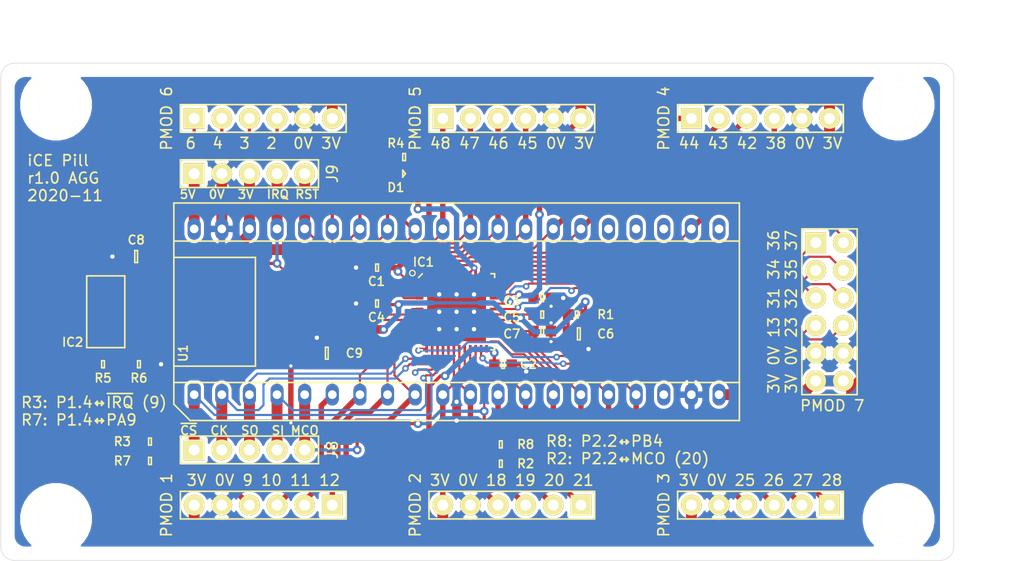
<source format=kicad_pcb>
(kicad_pcb (version 20171130) (host pcbnew 5.1.6-c6e7f7d~87~ubuntu18.04.1)
  (title_block (title "iCE Pill") (date 2020-11-07) (rev 1) (comment 1 "Drawn by: AG") (comment 2 "License: CC0"))
  (layers (0 F.Cu signal) (31 B.Cu signal) (34 B.Paste user) (35 F.Paste user) (36 B.SilkS user) (37 F.SilkS user) (38 B.Mask user) (39 F.Mask user) (44 Edge.Cuts user))
  (net 0 "")
  (net 1 GND)
  (net 2 3v3)
  (net 3 1v2)
  (net 4 "Net-(C6-Pad1)")
  (net 5 /C_SI)
  (net 6 /C_~CS)
  (net 7 /C_CK)
  (net 8 /C_SO)
  (net 9 /C_~RST)
  (net 10 /F_~IRQ)
  (net 11 /F_CLK)
  (net 12 /5V)
  (net 13 /P1_4)
  (net 14 /P1_3)
  (net 15 /P1_2)
  (net 16 /P1_1)
  (net 17 /P2_4)
  (net 18 /P2_3)
  (net 19 /P2_2)
  (net 20 /P2_1)
  (net 21 /P3_4)
  (net 22 /P3_3)
  (net 23 /P3_2)
  (net 24 /P3_1)
  (net 25 /P4_4)
  (net 26 /P4_3)
  (net 27 /P4_2)
  (net 28 /P4_1)
  (net 29 /P5_4)
  (net 30 /P5_3)
  (net 31 /P5_2)
  (net 32 /P5_1)
  (net 33 /P6_4)
  (net 34 /P6_3)
  (net 35 /P6_2)
  (net 36 /P6_1)
  (net 37 /P7_10)
  (net 38 /P7_4)
  (net 39 /P7_9)
  (net 40 /P7_3)
  (net 41 /P7_8)
  (net 42 /P7_2)
  (net 43 /P7_7)
  (net 44 /P7_1)
  (net 45 "Net-(D1-Pad1)")
  (net 46 "Net-(D1-Pad2)")
  (net 47 "Net-(IC1-Pad7)")
  (net 48 "Net-(IC1-Pad41)")
  (net 49 "Net-(U1-Pad18)")
  (net 50 "Net-(U1-Pad21)")
  (net 51 "Net-(U1-Pad25)")
  (net 52 "Net-(IC2-Pad1)")
  (net 53 "Net-(U1-Pad24)")
  (net 54 "Net-(U1-Pad23)")
  (net 55 "Net-(R7-Pad2)")
  (net 56 "Net-(R8-Pad2)")
  (module icepill:0603 (layer F.Cu) (at 96.774 85.852 180)
    (fp_text reference R8 (at -2.286 0) (layer F.SilkS) (effects (font (size 0.8 0.8))))
    (fp_text value DNF)
    (pad 2 smd rect (at 0.8 0 180) (size 0.95 1) (layers F.Cu F.Paste F.Mask) (net 56 "Net-(R8-Pad2)"))
    (pad 1 smd rect (at -0.8 0 180) (size 0.95 1) (layers F.Cu F.Paste F.Mask) (net 19 /P2_2))
  )
  (module icepill:0603 (layer F.Cu) (at 64.516 87.376)
    (fp_text reference R7 (at -2.54 0 180) (layer F.SilkS) (effects (font (size 0.8 0.8))))
    (fp_text value DNF)
    (pad 2 smd rect (at 0.8 0) (size 0.95 1) (layers F.Cu F.Paste F.Mask) (net 55 "Net-(R7-Pad2)"))
    (pad 1 smd rect (at -0.8 0) (size 0.95 1) (layers F.Cu F.Paste F.Mask) (net 13 /P1_4))
  )
  (module icepill:0603 (layer F.Cu) (at 63.5 78.486)
    (fp_text reference R6 (at 0 1.27 180) (layer F.SilkS) (effects (font (size 0.8 0.8))))
    (fp_text value 0)
    (pad 2 smd rect (at 0.8 0) (size 0.95 1) (layers F.Cu F.Paste F.Mask) (net 1 GND))
    (pad 1 smd rect (at -0.8 0) (size 0.95 1) (layers F.Cu F.Paste F.Mask) (net 52 "Net-(IC2-Pad1)"))
  )
  (module icepill:0603 (layer F.Cu) (at 60.198 78.486)
    (fp_text reference R5 (at 0 1.27 180) (layer F.SilkS) (effects (font (size 0.8 0.8))))
    (fp_text value DNF)
    (pad 2 smd rect (at 0.8 0) (size 0.95 1) (layers F.Cu F.Paste F.Mask) (net 52 "Net-(IC2-Pad1)"))
    (pad 1 smd rect (at -0.8 0) (size 0.95 1) (layers F.Cu F.Paste F.Mask) (net 3 1v2))
  )
  (module icepill:SOT223 (layer F.Cu) (at 63.5 73.66 90)
    (fp_text reference IC2 (at -2.794 -6.096) (layer F.SilkS) (effects (font (size 0.8 0.8))))
    (fp_text value AZ1117H-1.2 hide)
    (pad 2 smd rect (at 0 -6.1 90) (size 3.8 2.4) (layers F.Cu F.Paste F.Mask) (net 3 1v2))
    (pad 3 smd rect (at 2.3 0 90) (size 1.3 2.4) (layers F.Cu F.Paste F.Mask) (net 2 3v3))
    (pad 1 smd rect (at -2.3 0 90) (size 1.3 2.4) (layers F.Cu F.Paste F.Mask) (net 52 "Net-(IC2-Pad1)"))
    (pad 2 smd rect (at 0 0 90) (size 1.3 2.4) (layers F.Cu F.Paste F.Mask) (net 3 1v2))
  )
  (module icepill:0805 (layer F.Cu) (at 80.772 77.47 180)
    (fp_text reference C9 (at -2.54 0 180) (layer F.SilkS) (effects (font (size 0.8 0.8))))
    (fp_text value 10µ)
    (pad 2 smd rect (at 0.9 0 180) (size 1.15 1.45) (layers F.Cu F.Paste F.Mask) (net 1 GND))
    (pad 1 smd rect (at -0.9 0 180) (size 1.15 1.45) (layers F.Cu F.Paste F.Mask) (net 3 1v2))
  )
  (module icepill:0805 (layer F.Cu) (at 63.246 68.58 180)
    (fp_text reference C8 (at 0 1.524 180) (layer F.SilkS) (effects (font (size 0.8 0.8))))
    (fp_text value 10µ)
    (pad 2 smd rect (at 0.9 0 180) (size 1.15 1.45) (layers F.Cu F.Paste F.Mask) (net 1 GND))
    (pad 1 smd rect (at -0.9 0 180) (size 1.15 1.45) (layers F.Cu F.Paste F.Mask) (net 2 3v3))
  )
  (module icepill:0805 (layer F.Cu) (at 103.9495 75.692)
    (fp_text reference C6 (at 2.4765 0 180) (layer F.SilkS) (effects (font (size 0.8 0.8))))
    (fp_text value 10µ)
    (pad 2 smd rect (at 0.9 0) (size 1.15 1.45) (layers F.Cu F.Paste F.Mask) (net 1 GND))
    (pad 1 smd rect (at -0.9 0) (size 1.15 1.45) (layers F.Cu F.Paste F.Mask) (net 4 "Net-(C6-Pad1)"))
  )
  (module icepill:BlackPill (layer F.Cu) (at 92.71 73.66 90)
    (fp_text reference U1 (at -3.81 -25.146 90) (layer F.SilkS) (effects (font (size 0.8 0.8))))
    (fp_text value BlackPill)
    (pad 40 thru_hole oval (at 7.62 -24.13 90) (size 2 1.2) (drill 0.8) (layers *.Cu *.Mask) (net 12 /5V))
    (pad 39 thru_hole oval (at 7.62 -21.59 90) (size 2 1.2) (drill 0.8) (layers *.Cu *.Mask) (net 1 GND))
    (pad 38 thru_hole oval (at 7.62 -19.05 90) (size 2 1.2) (drill 0.8) (layers *.Cu *.Mask) (net 2 3v3))
    (pad 37 thru_hole oval (at 7.62 -16.51 90) (size 2 1.2) (drill 0.8) (layers *.Cu *.Mask) (net 10 /F_~IRQ))
    (pad 36 thru_hole oval (at 7.62 -13.97 90) (size 2 1.2) (drill 0.8) (layers *.Cu *.Mask) (net 9 /C_~RST))
    (pad 35 thru_hole oval (at 7.62 -11.43 90) (size 2 1.2) (drill 0.8) (layers *.Cu *.Mask) (net 36 /P6_1))
    (pad 34 thru_hole oval (at 7.62 -8.89 90) (size 2 1.2) (drill 0.8) (layers *.Cu *.Mask) (net 35 /P6_2))
    (pad 33 thru_hole oval (at 7.62 -6.35 90) (size 2 1.2) (drill 0.8) (layers *.Cu *.Mask) (net 34 /P6_3))
    (pad 32 thru_hole oval (at 7.62 -3.81 90) (size 2 1.2) (drill 0.8) (layers *.Cu *.Mask) (net 33 /P6_4))
    (pad 31 thru_hole oval (at 7.62 -1.27 90) (size 2 1.2) (drill 0.8) (layers *.Cu *.Mask) (net 32 /P5_1))
    (pad 30 thru_hole oval (at 7.62 1.27 90) (size 2 1.2) (drill 0.8) (layers *.Cu *.Mask) (net 31 /P5_2))
    (pad 29 thru_hole oval (at 7.62 3.81 90) (size 2 1.2) (drill 0.8) (layers *.Cu *.Mask) (net 30 /P5_3))
    (pad 28 thru_hole oval (at 7.62 6.35 90) (size 2 1.2) (drill 0.8) (layers *.Cu *.Mask) (net 29 /P5_4))
    (pad 27 thru_hole oval (at 7.62 8.89 90) (size 2 1.2) (drill 0.8) (layers *.Cu *.Mask) (net 28 /P4_1))
    (pad 26 thru_hole oval (at 7.62 11.43 90) (size 2 1.2) (drill 0.8) (layers *.Cu *.Mask) (net 27 /P4_2))
    (pad 25 thru_hole oval (at 7.62 13.97 90) (size 2 1.2) (drill 0.8) (layers *.Cu *.Mask) (net 51 "Net-(U1-Pad25)"))
    (pad 24 thru_hole oval (at 7.62 16.51 90) (size 2 1.2) (drill 0.8) (layers *.Cu *.Mask) (net 53 "Net-(U1-Pad24)"))
    (pad 23 thru_hole oval (at 7.62 19.05 90) (size 2 1.2) (drill 0.8) (layers *.Cu *.Mask) (net 54 "Net-(U1-Pad23)"))
    (pad 22 thru_hole oval (at 7.62 21.59 90) (size 2 1.2) (drill 0.8) (layers *.Cu *.Mask) (net 25 /P4_4))
    (pad 21 thru_hole oval (at 7.62 24.13 90) (size 2 1.2) (drill 0.8) (layers *.Cu *.Mask) (net 50 "Net-(U1-Pad21)"))
    (pad 20 thru_hole oval (at -7.62 24.13 90) (size 2 1.2) (drill 0.8) (layers *.Cu *.Mask) (net 2 3v3))
    (pad 19 thru_hole oval (at -7.62 21.59 90) (size 2 1.2) (drill 0.8) (layers *.Cu *.Mask) (net 1 GND))
    (pad 18 thru_hole oval (at -7.62 19.05 90) (size 2 1.2) (drill 0.8) (layers *.Cu *.Mask) (net 49 "Net-(U1-Pad18)"))
    (pad 17 thru_hole oval (at -7.62 16.51 90) (size 2 1.2) (drill 0.8) (layers *.Cu *.Mask) (net 24 /P3_1))
    (pad 16 thru_hole oval (at -7.62 13.97 90) (size 2 1.2) (drill 0.8) (layers *.Cu *.Mask) (net 23 /P3_2))
    (pad 15 thru_hole oval (at -7.62 11.43 90) (size 2 1.2) (drill 0.8) (layers *.Cu *.Mask) (net 22 /P3_3))
    (pad 14 thru_hole oval (at -7.62 8.89 90) (size 2 1.2) (drill 0.8) (layers *.Cu *.Mask) (net 21 /P3_4))
    (pad 13 thru_hole oval (at -7.62 6.35 90) (size 2 1.2) (drill 0.8) (layers *.Cu *.Mask) (net 20 /P2_1))
    (pad 12 thru_hole oval (at -7.62 3.81 90) (size 2 1.2) (drill 0.8) (layers *.Cu *.Mask) (net 56 "Net-(R8-Pad2)"))
    (pad 11 thru_hole oval (at -7.62 1.27 90) (size 2 1.2) (drill 0.8) (layers *.Cu *.Mask) (net 18 /P2_3))
    (pad 10 thru_hole oval (at -7.62 -1.27 90) (size 2 1.2) (drill 0.8) (layers *.Cu *.Mask) (net 17 /P2_4))
    (pad 9 thru_hole oval (at -7.62 -3.81 90) (size 2 1.2) (drill 0.8) (layers *.Cu *.Mask) (net 16 /P1_1))
    (pad 8 thru_hole oval (at -7.62 -6.35 90) (size 2 1.2) (drill 0.8) (layers *.Cu *.Mask) (net 15 /P1_2))
    (pad 7 thru_hole oval (at -7.62 -8.89 90) (size 2 1.2) (drill 0.8) (layers *.Cu *.Mask) (net 14 /P1_3))
    (pad 6 thru_hole oval (at -7.62 -11.43 90) (size 2 1.2) (drill 0.8) (layers *.Cu *.Mask) (net 55 "Net-(R7-Pad2)"))
    (pad 5 thru_hole oval (at -7.62 -13.97 90) (size 2 1.2) (drill 0.8) (layers *.Cu *.Mask) (net 11 /F_CLK))
    (pad 4 thru_hole oval (at -7.62 -16.51 90) (size 2 1.2) (drill 0.8) (layers *.Cu *.Mask) (net 5 /C_SI))
    (pad 3 thru_hole oval (at -7.62 -19.05 90) (size 2 1.2) (drill 0.8) (layers *.Cu *.Mask) (net 8 /C_SO))
    (pad 2 thru_hole oval (at -7.62 -21.59 90) (size 2 1.2) (drill 0.8) (layers *.Cu *.Mask) (net 7 /C_CK))
    (pad 1 thru_hole roundrect (at -7.62 -24.13 90) (size 2 1.2) (drill 0.8) (layers *.Cu *.Mask) (net 6 /C_~CS))
  )
  (module icepill:0603-LED (layer F.Cu) (at 87.884 60.96 180)
    (fp_text reference D1 (at 0.762 -1.27 180) (layer F.SilkS) (effects (font (size 0.8 0.8))))
    (fp_text value LED)
    (pad 2 smd rect (at 0.8 0 180) (size 0.95 1) (layers F.Cu F.Paste F.Mask) (net 46 "Net-(D1-Pad2)"))
    (pad 1 smd rect (at -0.8 0 180) (size 0.95 1) (layers F.Cu F.Paste F.Mask) (net 45 "Net-(D1-Pad1)"))
  )
  (module icepill:0603 (layer F.Cu) (at 87.884 59.436 180)
    (fp_text reference R4 (at 0.762 1.27 180) (layer F.SilkS) (effects (font (size 0.8 0.8))))
    (fp_text value 100)
    (pad 2 smd rect (at 0.8 0 180) (size 0.95 1) (layers F.Cu F.Paste F.Mask) (net 46 "Net-(D1-Pad2)"))
    (pad 1 smd rect (at -0.8 0 180) (size 0.95 1) (layers F.Cu F.Paste F.Mask) (net 2 3v3))
  )
  (module icepill:0603 (layer F.Cu) (at 64.516 85.598 180)
    (fp_text reference R3 (at 2.54 0) (layer F.SilkS) (effects (font (size 0.8 0.8))))
    (fp_text value 0)
    (pad 2 smd rect (at 0.8 0 180) (size 0.95 1) (layers F.Cu F.Paste F.Mask) (net 13 /P1_4))
    (pad 1 smd rect (at -0.8 0 180) (size 0.95 1) (layers F.Cu F.Paste F.Mask) (net 10 /F_~IRQ))
  )
  (module icepill:0603 (layer F.Cu) (at 96.774 87.63)
    (fp_text reference R2 (at 2.286 0 180) (layer F.SilkS) (effects (font (size 0.8 0.8))))
    (fp_text value 0)
    (pad 2 smd rect (at 0.8 0) (size 0.95 1) (layers F.Cu F.Paste F.Mask) (net 19 /P2_2))
    (pad 1 smd rect (at -0.8 0) (size 0.95 1) (layers F.Cu F.Paste F.Mask) (net 11 /F_CLK))
  )
  (module icepill:SIL-254P-06 (layer F.Cu) (at 74.93 55.88)
    (fp_text reference J6)
    (fp_text value PMOD_6)
    (pad 6 thru_hole circle (at 6.35 0) (size 1.9 1.9) (drill 1) (layers *.Cu *.Mask F.SilkS) (net 2 3v3))
    (pad 5 thru_hole circle (at 3.81 0) (size 1.9 1.9) (drill 1) (layers *.Cu *.Mask F.SilkS) (net 1 GND))
    (pad 4 thru_hole circle (at 1.27 0) (size 1.9 1.9) (drill 1) (layers *.Cu *.Mask F.SilkS) (net 33 /P6_4))
    (pad 3 thru_hole circle (at -1.27 0) (size 1.9 1.9) (drill 1) (layers *.Cu *.Mask F.SilkS) (net 34 /P6_3))
    (pad 2 thru_hole circle (at -3.81 0) (size 1.9 1.9) (drill 1) (layers *.Cu *.Mask F.SilkS) (net 35 /P6_2))
    (pad 1 thru_hole rect (at -6.35 0) (size 1.9 1.9) (drill 1) (layers *.Cu *.Mask F.SilkS) (net 36 /P6_1))
  )
  (module icepill:SIL-254P-06 (layer F.Cu) (at 97.79 55.88)
    (fp_text reference J5)
    (fp_text value PMOD_5)
    (pad 6 thru_hole circle (at 6.35 0) (size 1.9 1.9) (drill 1) (layers *.Cu *.Mask F.SilkS) (net 2 3v3))
    (pad 5 thru_hole circle (at 3.81 0) (size 1.9 1.9) (drill 1) (layers *.Cu *.Mask F.SilkS) (net 1 GND))
    (pad 4 thru_hole circle (at 1.27 0) (size 1.9 1.9) (drill 1) (layers *.Cu *.Mask F.SilkS) (net 29 /P5_4))
    (pad 3 thru_hole circle (at -1.27 0) (size 1.9 1.9) (drill 1) (layers *.Cu *.Mask F.SilkS) (net 30 /P5_3))
    (pad 2 thru_hole circle (at -3.81 0) (size 1.9 1.9) (drill 1) (layers *.Cu *.Mask F.SilkS) (net 31 /P5_2))
    (pad 1 thru_hole rect (at -6.35 0) (size 1.9 1.9) (drill 1) (layers *.Cu *.Mask F.SilkS) (net 32 /P5_1))
  )
  (module icepill:SIL-254P-06 (layer F.Cu) (at 120.65 55.88)
    (fp_text reference J4)
    (fp_text value PMOD_4)
    (pad 6 thru_hole circle (at 6.35 0) (size 1.9 1.9) (drill 1) (layers *.Cu *.Mask F.SilkS) (net 2 3v3))
    (pad 5 thru_hole circle (at 3.81 0) (size 1.9 1.9) (drill 1) (layers *.Cu *.Mask F.SilkS) (net 1 GND))
    (pad 4 thru_hole circle (at 1.27 0) (size 1.9 1.9) (drill 1) (layers *.Cu *.Mask F.SilkS) (net 25 /P4_4))
    (pad 3 thru_hole circle (at -1.27 0) (size 1.9 1.9) (drill 1) (layers *.Cu *.Mask F.SilkS) (net 26 /P4_3))
    (pad 2 thru_hole circle (at -3.81 0) (size 1.9 1.9) (drill 1) (layers *.Cu *.Mask F.SilkS) (net 27 /P4_2))
    (pad 1 thru_hole rect (at -6.35 0) (size 1.9 1.9) (drill 1) (layers *.Cu *.Mask F.SilkS) (net 28 /P4_1))
  )
  (module icepill:SIL-254P-06 (layer F.Cu) (at 120.65 91.44 180)
    (fp_text reference J3)
    (fp_text value PMOD_3)
    (pad 6 thru_hole circle (at 6.35 0 180) (size 1.9 1.9) (drill 1) (layers *.Cu *.Mask F.SilkS) (net 2 3v3))
    (pad 5 thru_hole circle (at 3.81 0 180) (size 1.9 1.9) (drill 1) (layers *.Cu *.Mask F.SilkS) (net 1 GND))
    (pad 4 thru_hole circle (at 1.27 0 180) (size 1.9 1.9) (drill 1) (layers *.Cu *.Mask F.SilkS) (net 21 /P3_4))
    (pad 3 thru_hole circle (at -1.27 0 180) (size 1.9 1.9) (drill 1) (layers *.Cu *.Mask F.SilkS) (net 22 /P3_3))
    (pad 2 thru_hole circle (at -3.81 0 180) (size 1.9 1.9) (drill 1) (layers *.Cu *.Mask F.SilkS) (net 23 /P3_2))
    (pad 1 thru_hole rect (at -6.35 0 180) (size 1.9 1.9) (drill 1) (layers *.Cu *.Mask F.SilkS) (net 24 /P3_1))
  )
  (module icepill:SIL-254P-06 (layer F.Cu) (at 97.79 91.44 180)
    (fp_text reference J2)
    (fp_text value PMOD_2)
    (pad 6 thru_hole circle (at 6.35 0 180) (size 1.9 1.9) (drill 1) (layers *.Cu *.Mask F.SilkS) (net 2 3v3))
    (pad 5 thru_hole circle (at 3.81 0 180) (size 1.9 1.9) (drill 1) (layers *.Cu *.Mask F.SilkS) (net 1 GND))
    (pad 4 thru_hole circle (at 1.27 0 180) (size 1.9 1.9) (drill 1) (layers *.Cu *.Mask F.SilkS) (net 17 /P2_4))
    (pad 3 thru_hole circle (at -1.27 0 180) (size 1.9 1.9) (drill 1) (layers *.Cu *.Mask F.SilkS) (net 18 /P2_3))
    (pad 2 thru_hole circle (at -3.81 0 180) (size 1.9 1.9) (drill 1) (layers *.Cu *.Mask F.SilkS) (net 19 /P2_2))
    (pad 1 thru_hole rect (at -6.35 0 180) (size 1.9 1.9) (drill 1) (layers *.Cu *.Mask F.SilkS) (net 20 /P2_1))
  )
  (module icepill:SIL-254P-06 (layer F.Cu) (at 74.93 91.44 180)
    (fp_text reference J1)
    (fp_text value PMOD_1)
    (pad 6 thru_hole circle (at 6.35 0 180) (size 1.9 1.9) (drill 1) (layers *.Cu *.Mask F.SilkS) (net 2 3v3))
    (pad 5 thru_hole circle (at 3.81 0 180) (size 1.9 1.9) (drill 1) (layers *.Cu *.Mask F.SilkS) (net 1 GND))
    (pad 4 thru_hole circle (at 1.27 0 180) (size 1.9 1.9) (drill 1) (layers *.Cu *.Mask F.SilkS) (net 13 /P1_4))
    (pad 3 thru_hole circle (at -1.27 0 180) (size 1.9 1.9) (drill 1) (layers *.Cu *.Mask F.SilkS) (net 14 /P1_3))
    (pad 2 thru_hole circle (at -3.81 0 180) (size 1.9 1.9) (drill 1) (layers *.Cu *.Mask F.SilkS) (net 15 /P1_2))
    (pad 1 thru_hole rect (at -6.35 0 180) (size 1.9 1.9) (drill 1) (layers *.Cu *.Mask F.SilkS) (net 16 /P1_1))
  )
  (module icepill:M3_MOUNT (layer F.Cu) (at 55.88 54.61)
    (fp_text reference X4 hide)
    (fp_text value M3_MOUNT hide)
    (pad "" np_thru_hole circle (at 0 0) (size 3.3 3.3) (drill 3.3) (layers *.Cu *.Mask F.SilkS) (clearance 1.65))
    (pad "" np_thru_hole circle (at 0 -2.5) (size 0.6 0.6) (drill 0.6) (layers *.Cu *.Mask F.SilkS))
    (pad "" np_thru_hole circle (at 2.5 0) (size 0.6 0.6) (drill 0.6) (layers *.Cu *.Mask F.SilkS))
    (pad "" np_thru_hole circle (at 0 2.5) (size 0.6 0.6) (drill 0.6) (layers *.Cu *.Mask F.SilkS))
    (pad "" np_thru_hole circle (at -2.5 0) (size 0.6 0.6) (drill 0.6) (layers *.Cu *.Mask F.SilkS))
    (pad "" np_thru_hole circle (at -1.8 -1.8) (size 0.6 0.6) (drill 0.6) (layers *.Cu *.Mask F.SilkS))
    (pad "" np_thru_hole circle (at 1.8 -1.8) (size 0.6 0.6) (drill 0.6) (layers *.Cu *.Mask F.SilkS))
    (pad "" np_thru_hole circle (at -1.8 1.8) (size 0.6 0.6) (drill 0.6) (layers *.Cu *.Mask F.SilkS))
    (pad "" np_thru_hole circle (at 1.8 1.8) (size 0.6 0.6) (drill 0.6) (layers *.Cu *.Mask F.SilkS))
  )
  (module icepill:M3_MOUNT (layer F.Cu) (at 133.35 54.61)
    (fp_text reference X3 hide)
    (fp_text value M3_MOUNT hide)
    (pad "" np_thru_hole circle (at 0 0) (size 3.3 3.3) (drill 3.3) (layers *.Cu *.Mask F.SilkS) (clearance 1.65))
    (pad "" np_thru_hole circle (at 0 -2.5) (size 0.6 0.6) (drill 0.6) (layers *.Cu *.Mask F.SilkS))
    (pad "" np_thru_hole circle (at 2.5 0) (size 0.6 0.6) (drill 0.6) (layers *.Cu *.Mask F.SilkS))
    (pad "" np_thru_hole circle (at 0 2.5) (size 0.6 0.6) (drill 0.6) (layers *.Cu *.Mask F.SilkS))
    (pad "" np_thru_hole circle (at -2.5 0) (size 0.6 0.6) (drill 0.6) (layers *.Cu *.Mask F.SilkS))
    (pad "" np_thru_hole circle (at -1.8 -1.8) (size 0.6 0.6) (drill 0.6) (layers *.Cu *.Mask F.SilkS))
    (pad "" np_thru_hole circle (at 1.8 -1.8) (size 0.6 0.6) (drill 0.6) (layers *.Cu *.Mask F.SilkS))
    (pad "" np_thru_hole circle (at -1.8 1.8) (size 0.6 0.6) (drill 0.6) (layers *.Cu *.Mask F.SilkS))
    (pad "" np_thru_hole circle (at 1.8 1.8) (size 0.6 0.6) (drill 0.6) (layers *.Cu *.Mask F.SilkS))
  )
  (module icepill:M3_MOUNT (layer F.Cu) (at 133.35 92.71)
    (fp_text reference X2 hide)
    (fp_text value M3_MOUNT hide)
    (pad "" np_thru_hole circle (at 0 0) (size 3.3 3.3) (drill 3.3) (layers *.Cu *.Mask F.SilkS) (clearance 1.65))
    (pad "" np_thru_hole circle (at 0 -2.5) (size 0.6 0.6) (drill 0.6) (layers *.Cu *.Mask F.SilkS))
    (pad "" np_thru_hole circle (at 2.5 0) (size 0.6 0.6) (drill 0.6) (layers *.Cu *.Mask F.SilkS))
    (pad "" np_thru_hole circle (at 0 2.5) (size 0.6 0.6) (drill 0.6) (layers *.Cu *.Mask F.SilkS))
    (pad "" np_thru_hole circle (at -2.5 0) (size 0.6 0.6) (drill 0.6) (layers *.Cu *.Mask F.SilkS))
    (pad "" np_thru_hole circle (at -1.8 -1.8) (size 0.6 0.6) (drill 0.6) (layers *.Cu *.Mask F.SilkS))
    (pad "" np_thru_hole circle (at 1.8 -1.8) (size 0.6 0.6) (drill 0.6) (layers *.Cu *.Mask F.SilkS))
    (pad "" np_thru_hole circle (at -1.8 1.8) (size 0.6 0.6) (drill 0.6) (layers *.Cu *.Mask F.SilkS))
    (pad "" np_thru_hole circle (at 1.8 1.8) (size 0.6 0.6) (drill 0.6) (layers *.Cu *.Mask F.SilkS))
  )
  (module icepill:M3_MOUNT (layer F.Cu) (at 55.88 92.71)
    (fp_text reference X1 hide)
    (fp_text value M3_MOUNT hide)
    (pad "" np_thru_hole circle (at 0 0) (size 3.3 3.3) (drill 3.3) (layers *.Cu *.Mask F.SilkS) (clearance 1.65))
    (pad "" np_thru_hole circle (at 0 -2.5) (size 0.6 0.6) (drill 0.6) (layers *.Cu *.Mask F.SilkS))
    (pad "" np_thru_hole circle (at 2.5 0) (size 0.6 0.6) (drill 0.6) (layers *.Cu *.Mask F.SilkS))
    (pad "" np_thru_hole circle (at 0 2.5) (size 0.6 0.6) (drill 0.6) (layers *.Cu *.Mask F.SilkS))
    (pad "" np_thru_hole circle (at -2.5 0) (size 0.6 0.6) (drill 0.6) (layers *.Cu *.Mask F.SilkS))
    (pad "" np_thru_hole circle (at -1.8 -1.8) (size 0.6 0.6) (drill 0.6) (layers *.Cu *.Mask F.SilkS))
    (pad "" np_thru_hole circle (at 1.8 -1.8) (size 0.6 0.6) (drill 0.6) (layers *.Cu *.Mask F.SilkS))
    (pad "" np_thru_hole circle (at -1.8 1.8) (size 0.6 0.6) (drill 0.6) (layers *.Cu *.Mask F.SilkS))
    (pad "" np_thru_hole circle (at 1.8 1.8) (size 0.6 0.6) (drill 0.6) (layers *.Cu *.Mask F.SilkS))
  )
  (module icepill:0603 (layer F.Cu) (at 103.759 73.914 180)
    (fp_text reference R1 (at -2.667 0 180) (layer F.SilkS) (effects (font (size 0.8 0.8))))
    (fp_text value 100)
    (pad 2 smd rect (at 0.8 0 180) (size 0.95 1) (layers F.Cu F.Paste F.Mask) (net 4 "Net-(C6-Pad1)"))
    (pad 1 smd rect (at -0.8 0 180) (size 0.95 1) (layers F.Cu F.Paste F.Mask) (net 3 1v2))
  )
  (module icepill:DIL-254P-12 (layer F.Cu) (at 127 73.66 270)
    (fp_text reference J7)
    (fp_text value PMOD_7)
    (pad 12 thru_hole circle (at 6.35 -1.27 270) (size 1.9 1.9) (drill 1) (layers *.Cu *.Mask F.SilkS) (net 2 3v3))
    (pad 11 thru_hole circle (at 6.35 1.27 270) (size 1.9 1.9) (drill 1) (layers *.Cu *.Mask F.SilkS) (net 2 3v3))
    (pad 10 thru_hole circle (at 3.81 -1.27 270) (size 1.9 1.9) (drill 1) (layers *.Cu *.Mask F.SilkS) (net 1 GND))
    (pad 9 thru_hole circle (at 3.81 1.27 270) (size 1.9 1.9) (drill 1) (layers *.Cu *.Mask F.SilkS) (net 1 GND))
    (pad 8 thru_hole circle (at 1.27 -1.27 270) (size 1.9 1.9) (drill 1) (layers *.Cu *.Mask F.SilkS) (net 37 /P7_10))
    (pad 7 thru_hole circle (at 1.27 1.27 270) (size 1.9 1.9) (drill 1) (layers *.Cu *.Mask F.SilkS) (net 38 /P7_4))
    (pad 6 thru_hole circle (at -1.27 -1.27 270) (size 1.9 1.9) (drill 1) (layers *.Cu *.Mask F.SilkS) (net 39 /P7_9))
    (pad 5 thru_hole circle (at -1.27 1.27 270) (size 1.9 1.9) (drill 1) (layers *.Cu *.Mask F.SilkS) (net 40 /P7_3))
    (pad 4 thru_hole circle (at -3.81 -1.27 270) (size 1.9 1.9) (drill 1) (layers *.Cu *.Mask F.SilkS) (net 41 /P7_8))
    (pad 3 thru_hole circle (at -3.81 1.27 270) (size 1.9 1.9) (drill 1) (layers *.Cu *.Mask F.SilkS) (net 42 /P7_2))
    (pad 2 thru_hole circle (at -6.35 -1.27 270) (size 1.9 1.9) (drill 1) (layers *.Cu *.Mask F.SilkS) (net 43 /P7_7))
    (pad 1 thru_hole rect (at -6.35 1.27 270) (size 1.9 1.9) (drill 1) (layers *.Cu *.Mask F.SilkS) (net 44 /P7_1))
  )
  (module icepill:SIL-254P-05 (layer F.Cu) (at 73.66 60.96)
    (fp_text reference J9 (at 7.62 0 90) (layer F.SilkS))
    (fp_text value FPGA_B)
    (pad 5 thru_hole circle (at 5.08 0) (size 1.9 1.9) (drill 1) (layers *.Cu *.Mask F.SilkS) (net 9 /C_~RST))
    (pad 4 thru_hole circle (at 2.54 0) (size 1.9 1.9) (drill 1) (layers *.Cu *.Mask F.SilkS) (net 10 /F_~IRQ))
    (pad 3 thru_hole circle (at 0 0) (size 1.9 1.9) (drill 1) (layers *.Cu *.Mask F.SilkS) (net 2 3v3))
    (pad 2 thru_hole circle (at -2.54 0) (size 1.9 1.9) (drill 1) (layers *.Cu *.Mask F.SilkS) (net 1 GND))
    (pad 1 thru_hole rect (at -5.08 0) (size 1.9 1.9) (drill 1) (layers *.Cu *.Mask F.SilkS) (net 12 /5V))
  )
  (module icepill:SIL-254P-05 (layer F.Cu) (at 73.66 86.36)
    (fp_text reference J8 (at 7.62 0 90) (layer F.SilkS))
    (fp_text value FPGA_A)
    (pad 5 thru_hole circle (at 5.08 0) (size 1.9 1.9) (drill 1) (layers *.Cu *.Mask F.SilkS) (net 11 /F_CLK))
    (pad 4 thru_hole circle (at 2.54 0) (size 1.9 1.9) (drill 1) (layers *.Cu *.Mask F.SilkS) (net 5 /C_SI))
    (pad 3 thru_hole circle (at 0 0) (size 1.9 1.9) (drill 1) (layers *.Cu *.Mask F.SilkS) (net 8 /C_SO))
    (pad 2 thru_hole circle (at -2.54 0) (size 1.9 1.9) (drill 1) (layers *.Cu *.Mask F.SilkS) (net 7 /C_CK))
    (pad 1 thru_hole rect (at -5.08 0) (size 1.9 1.9) (drill 1) (layers *.Cu *.Mask F.SilkS) (net 6 /C_~CS))
  )
  (module icepill:Lattice-SG48 (layer F.Cu) (at 92.71 73.66)
    (fp_text reference IC1 (at -3.048 -4.572) (layer F.SilkS) (effects (font (size 0.8 0.8))))
    (fp_text value iCE40UP5K-SG48)
    (pad 1 smd rect (at -3.4 -2.75) (size 0.7 0.25) (layers F.Cu F.Paste F.Mask) (net 2 3v3))
    (pad 2 smd rect (at -3.4 -2.25) (size 0.7 0.25) (layers F.Cu F.Paste F.Mask) (net 33 /P6_4))
    (pad 3 smd rect (at -3.4 -1.75) (size 0.7 0.25) (layers F.Cu F.Paste F.Mask) (net 34 /P6_3))
    (pad 4 smd rect (at -3.4 -1.25) (size 0.7 0.25) (layers F.Cu F.Paste F.Mask) (net 35 /P6_2))
    (pad 5 smd rect (at -3.4 -0.75) (size 0.7 0.25) (layers F.Cu F.Paste F.Mask) (net 3 1v2))
    (pad 6 smd rect (at -3.4 -0.25) (size 0.7 0.25) (layers F.Cu F.Paste F.Mask) (net 36 /P6_1))
    (pad 7 smd rect (at -3.4 0.25) (size 0.7 0.25) (layers F.Cu F.Paste F.Mask) (net 47 "Net-(IC1-Pad7)"))
    (pad 8 smd rect (at -3.4 0.75) (size 0.7 0.25) (layers F.Cu F.Paste F.Mask) (net 9 /C_~RST))
    (pad 9 smd rect (at -3.4 1.25) (size 0.7 0.25) (layers F.Cu F.Paste F.Mask) (net 10 /F_~IRQ))
    (pad 10 smd rect (at -3.4 1.75) (size 0.7 0.25) (layers F.Cu F.Paste F.Mask) (net 14 /P1_3))
    (pad 11 smd rect (at -3.4 2.25) (size 0.7 0.25) (layers F.Cu F.Paste F.Mask) (net 15 /P1_2))
    (pad 12 smd rect (at -3.4 2.75) (size 0.7 0.25) (layers F.Cu F.Paste F.Mask) (net 16 /P1_1))
    (pad 13 smd rect (at -2.75 3.4) (size 0.25 0.7) (layers F.Cu F.Paste F.Mask) (net 38 /P7_4))
    (pad 14 smd rect (at -2.25 3.4) (size 0.25 0.7) (layers F.Cu F.Paste F.Mask) (net 8 /C_SO))
    (pad 15 smd rect (at -1.75 3.4) (size 0.25 0.7) (layers F.Cu F.Paste F.Mask) (net 7 /C_CK))
    (pad 16 smd rect (at -1.25 3.4) (size 0.25 0.7) (layers F.Cu F.Paste F.Mask) (net 6 /C_~CS))
    (pad 17 smd rect (at -0.75 3.4) (size 0.25 0.7) (layers F.Cu F.Paste F.Mask) (net 5 /C_SI))
    (pad 18 smd rect (at -0.25 3.4) (size 0.25 0.7) (layers F.Cu F.Paste F.Mask) (net 17 /P2_4))
    (pad 19 smd rect (at 0.25 3.4) (size 0.25 0.7) (layers F.Cu F.Paste F.Mask) (net 18 /P2_3))
    (pad 20 smd rect (at 0.75 3.4) (size 0.25 0.7) (layers F.Cu F.Paste F.Mask) (net 11 /F_CLK))
    (pad 21 smd rect (at 1.25 3.4) (size 0.25 0.7) (layers F.Cu F.Paste F.Mask) (net 20 /P2_1))
    (pad 22 smd rect (at 1.75 3.4) (size 0.25 0.7) (layers F.Cu F.Paste F.Mask) (net 2 3v3))
    (pad 23 smd rect (at 2.25 3.4) (size 0.25 0.7) (layers F.Cu F.Paste F.Mask) (net 37 /P7_10))
    (pad 24 smd rect (at 2.75 3.4) (size 0.25 0.7) (layers F.Cu F.Paste F.Mask) (net 2 3v3))
    (pad 25 smd rect (at 3.4 2.75) (size 0.7 0.25) (layers F.Cu F.Paste F.Mask) (net 21 /P3_4))
    (pad 26 smd rect (at 3.4 2.25) (size 0.7 0.25) (layers F.Cu F.Paste F.Mask) (net 22 /P3_3))
    (pad 27 smd rect (at 3.4 1.75) (size 0.7 0.25) (layers F.Cu F.Paste F.Mask) (net 23 /P3_2))
    (pad 28 smd rect (at 3.4 1.25) (size 0.7 0.25) (layers F.Cu F.Paste F.Mask) (net 24 /P3_1))
    (pad 29 smd rect (at 3.4 0.75) (size 0.7 0.25) (layers F.Cu F.Paste F.Mask) (net 4 "Net-(C6-Pad1)"))
    (pad 30 smd rect (at 3.4 0.25) (size 0.7 0.25) (layers F.Cu F.Paste F.Mask) (net 3 1v2))
    (pad 31 smd rect (at 3.4 -0.25) (size 0.7 0.25) (layers F.Cu F.Paste F.Mask) (net 40 /P7_3))
    (pad 32 smd rect (at 3.4 -0.75) (size 0.7 0.25) (layers F.Cu F.Paste F.Mask) (net 39 /P7_9))
    (pad 33 smd rect (at 3.4 -1.25) (size 0.7 0.25) (layers F.Cu F.Paste F.Mask) (net 2 3v3))
    (pad 34 smd rect (at 3.4 -1.75) (size 0.7 0.25) (layers F.Cu F.Paste F.Mask) (net 42 /P7_2))
    (pad 35 smd rect (at 3.4 -2.25) (size 0.7 0.25) (layers F.Cu F.Paste F.Mask) (net 41 /P7_8))
    (pad 36 smd rect (at 3.4 -2.75) (size 0.7 0.25) (layers F.Cu F.Paste F.Mask) (net 44 /P7_1))
    (pad 37 smd rect (at 2.75 -3.4) (size 0.25 0.7) (layers F.Cu F.Paste F.Mask) (net 43 /P7_7))
    (pad 38 smd rect (at 2.25 -3.4) (size 0.25 0.7) (layers F.Cu F.Paste F.Mask) (net 25 /P4_4))
    (pad 39 smd rect (at 1.75 -3.4) (size 0.25 0.7) (layers F.Cu F.Paste F.Mask) (net 45 "Net-(D1-Pad1)"))
    (pad 40 smd rect (at 1.25 -3.4) (size 0.25 0.7) (layers F.Cu F.Paste F.Mask) (net 45 "Net-(D1-Pad1)"))
    (pad 41 smd rect (at 0.75 -3.4) (size 0.25 0.7) (layers F.Cu F.Paste F.Mask) (net 48 "Net-(IC1-Pad41)"))
    (pad 42 smd rect (at 0.25 -3.4) (size 0.25 0.7) (layers F.Cu F.Paste F.Mask) (net 26 /P4_3))
    (pad 43 smd rect (at -0.25 -3.4) (size 0.25 0.7) (layers F.Cu F.Paste F.Mask) (net 27 /P4_2))
    (pad 44 smd rect (at -0.75 -3.4) (size 0.25 0.7) (layers F.Cu F.Paste F.Mask) (net 28 /P4_1))
    (pad 45 smd rect (at -1.25 -3.4) (size 0.25 0.7) (layers F.Cu F.Paste F.Mask) (net 29 /P5_4))
    (pad 46 smd rect (at -1.75 -3.4) (size 0.25 0.7) (layers F.Cu F.Paste F.Mask) (net 30 /P5_3))
    (pad 47 smd rect (at -2.25 -3.4) (size 0.25 0.7) (layers F.Cu F.Paste F.Mask) (net 31 /P5_2))
    (pad 48 smd rect (at -2.75 -3.4) (size 0.25 0.7) (layers F.Cu F.Paste F.Mask) (net 32 /P5_1))
    (pad EP thru_hole circle (at -1.6 -1.6) (size 0.8 0.8) (drill 0.4) (layers *.Cu) (net 1 GND))
    (pad EP thru_hole circle (at -1.6 0) (size 0.8 0.8) (drill 0.4) (layers *.Cu) (net 1 GND))
    (pad EP thru_hole circle (at -1.6 1.6) (size 0.8 0.8) (drill 0.4) (layers *.Cu) (net 1 GND))
    (pad EP thru_hole circle (at 0 -1.6) (size 0.8 0.8) (drill 0.4) (layers *.Cu) (net 1 GND))
    (pad EP thru_hole circle (at 0 0) (size 0.8 0.8) (drill 0.4) (layers *.Cu) (net 1 GND))
    (pad EP thru_hole circle (at 0 1.6) (size 0.8 0.8) (drill 0.4) (layers *.Cu) (net 1 GND))
    (pad EP thru_hole circle (at 1.6 -1.6) (size 0.8 0.8) (drill 0.4) (layers *.Cu) (net 1 GND))
    (pad EP thru_hole circle (at 1.6 0) (size 0.8 0.8) (drill 0.4) (layers *.Cu) (net 1 GND))
    (pad EP thru_hole circle (at 1.6 1.6) (size 0.8 0.8) (drill 0.4) (layers *.Cu) (net 1 GND))
    (pad EP smd rect (at 0 0) (size 5.4 5.4) (layers F.Cu) (net 1 GND))
  )
  (module icepill:0603 (layer F.Cu) (at 100.584 75.438)
    (fp_text reference C7 (at -2.794 0.254 180) (layer F.SilkS) (effects (font (size 0.8 0.8))))
    (fp_text value 100n)
    (pad 2 smd rect (at 0.8 0) (size 0.95 1) (layers F.Cu F.Paste F.Mask) (net 1 GND))
    (pad 1 smd rect (at -0.8 0) (size 0.95 1) (layers F.Cu F.Paste F.Mask) (net 4 "Net-(C6-Pad1)"))
  )
  (module icepill:0603 (layer F.Cu) (at 100.584 73.914)
    (fp_text reference C5 (at -2.794 0.254 180) (layer F.SilkS) (effects (font (size 0.8 0.8))))
    (fp_text value 100n)
    (pad 2 smd rect (at 0.8 0) (size 0.95 1) (layers F.Cu F.Paste F.Mask) (net 1 GND))
    (pad 1 smd rect (at -0.8 0) (size 0.95 1) (layers F.Cu F.Paste F.Mask) (net 3 1v2))
  )
  (module icepill:0603 (layer F.Cu) (at 85.3948 72.898 180)
    (fp_text reference C4 (at 0.0508 -1.27 180) (layer F.SilkS) (effects (font (size 0.8 0.8))))
    (fp_text value 100n)
    (pad 2 smd rect (at 0.8 0 180) (size 0.95 1) (layers F.Cu F.Paste F.Mask) (net 1 GND))
    (pad 1 smd rect (at -0.8 0 180) (size 0.95 1) (layers F.Cu F.Paste F.Mask) (net 3 1v2))
  )
  (module icepill:0603 (layer F.Cu) (at 100.584 72.39)
    (fp_text reference C3 (at -2.794 0.254 180) (layer F.SilkS) (effects (font (size 0.8 0.8))))
    (fp_text value 100n)
    (pad 2 smd rect (at 0.8 0) (size 0.95 1) (layers F.Cu F.Paste F.Mask) (net 1 GND))
    (pad 1 smd rect (at -0.8 0) (size 0.95 1) (layers F.Cu F.Paste F.Mask) (net 2 3v3))
  )
  (module icepill:0603 (layer F.Cu) (at 96.9772 78.5368)
    (fp_text reference C2 (at 2.3368 -0.0508 180) (layer F.SilkS) (effects (font (size 0.8 0.8))))
    (fp_text value 100n)
    (pad 2 smd rect (at 0.8 0) (size 0.95 1) (layers F.Cu F.Paste F.Mask) (net 1 GND))
    (pad 1 smd rect (at -0.8 0) (size 0.95 1) (layers F.Cu F.Paste F.Mask) (net 2 3v3))
  )
  (module icepill:0603 (layer F.Cu) (at 85.3948 69.596 180)
    (fp_text reference C1 (at 0.0508 -1.27 180) (layer F.SilkS) (effects (font (size 0.8 0.8))))
    (fp_text value 100n)
    (pad 2 smd rect (at 0.8 0 180) (size 0.95 1) (layers F.Cu F.Paste F.Mask) (net 1 GND))
    (pad 1 smd rect (at -0.8 0 180) (size 0.95 1) (layers F.Cu F.Paste F.Mask) (net 2 3v3))
  )
  (gr_text "R8: P2.2⇿PB4\nR2: P2.2⇿MCO (20)" (at 100.838 86.36) (layer F.SilkS) (effects (font (size 1 1)) (justify left)))
  (gr_text "R3: P1.4⇿~IRQ~ (9)\nR7: P1.4⇿PA9" (at 52.578 82.804) (layer F.SilkS) (effects (font (size 1 1)) (justify left)))
  (gr_text "5V  0V  3V  ~IRQ~ ~RST~" (at 73.66 62.865) (layer F.SilkS) (effects (font (size 0.8 0.8))))
  (gr_text "~CS~  CK  SO  SI MCO" (at 73.66 84.582) (layer F.SilkS) (effects (font (size 0.8 0.8))))
  (gr_text "3V 0V 13 31 34 36\n3V 0V 23 32 35 37" (at 122.682 73.66 90) (layer F.SilkS) (effects (font (size 1 1))))
  (gr_text "3V 0V 9 10 11 12" (at 74.93 89.154) (layer F.SilkS) (effects (font (size 1 1))))
  (gr_text "3V 0V 25 26 27 28" (at 120.65 89.154) (layer F.SilkS) (effects (font (size 1 1))))
  (gr_text "3V 0V 18 19 20 21" (at 97.79 89.154) (layer F.SilkS) (effects (font (size 1 1))))
  (gr_text "44 43 42 38 0V 3V" (at 120.65 58.166) (layer F.SilkS) (effects (font (size 1 1))))
  (gr_text "48 47 46 45 0V 3V" (at 97.79 58.166) (layer F.SilkS) (effects (font (size 1 1))))
  (gr_text "6  4  3  2  0V 3V" (at 74.93 58.166) (layer F.SilkS) (effects (font (size 1 1))))
  (gr_circle (center 88.646 70.104) (end 88.9 70.104) (layer F.SilkS) (width 0.12))
  (gr_text "PMOD 1" (at 66.04 91.44 90) (layer F.SilkS) (effects (font (size 1 1))))
  (gr_text "PMOD 2" (at 88.9 91.44 90) (layer F.SilkS) (effects (font (size 1 1))))
  (gr_text "PMOD 3" (at 111.76 91.44 90) (layer F.SilkS) (effects (font (size 1 1))))
  (gr_text "PMOD 7" (at 127.254 82.296) (layer F.SilkS) (effects (font (size 1 1))))
  (gr_text "PMOD 5" (at 88.9 55.88 90) (layer F.SilkS) (effects (font (size 1 1))))
  (gr_text "PMOD 4" (at 111.76 55.88 90) (layer F.SilkS) (effects (font (size 1 1))))
  (gr_text "PMOD 6" (at 66.04 55.88 90) (layer F.SilkS) (effects (font (size 1 1))))
  (gr_text "iCE Pill\nr1.0 AGG\n2020-11" (at 53.1368 61.3664) (layer F.SilkS) (effects (font (size 1 1)) (justify left)))
  (gr_arc (start 137.16 52.07) (end 138.43 52.07) (angle -90) (layer Edge.Cuts) (width 0.05))
  (gr_arc (start 137.16 95.25) (end 137.16 96.52) (angle -90) (layer Edge.Cuts) (width 0.05))
  (gr_arc (start 52.07 95.25) (end 50.8 95.25) (angle -90) (layer Edge.Cuts) (width 0.05))
  (gr_arc (start 52.07 52.07) (end 52.07 50.8) (angle -90) (layer Edge.Cuts) (width 0.05))
  (gr_line (start 50.8 95.25) (end 50.8 52.07) (layer Edge.Cuts) (width 0.05))
  (gr_line (start 137.16 96.52) (end 52.07 96.52) (layer Edge.Cuts) (width 0.05))
  (gr_line (start 138.43 52.07) (end 138.43 95.25) (layer Edge.Cuts) (width 0.05))
  (gr_line (start 52.07 50.8) (end 137.16 50.8) (layer Edge.Cuts) (width 0.05))
  (segment (start 71.12 60.96) (end 71.12 66.04) (width 1) (layer F.Cu) (net 1))
  (via (at 102.5144 72.39) (size 0.8) (drill 0.4) (layers F.Cu B.Cu) (net 1))
  (segment (start 101.384 72.39) (end 102.5144 72.39) (width 0.3) (layer F.Cu) (net 1))
  (segment (start 101.384 74.6632) (end 101.3968 74.676) (width 0.3) (layer F.Cu) (net 1))
  (segment (start 101.384 74.638) (end 101.384 74.6632) (width 0.3) (layer F.Cu) (net 1))
  (segment (start 101.384 74.638) (end 101.384 75.438) (width 0.3) (layer F.Cu) (net 1))
  (via (at 101.3968 74.676) (size 0.6) (drill 0.3) (layers F.Cu B.Cu) (net 1))
  (segment (start 101.384 73.914) (end 101.384 74.638) (width 0.3) (layer F.Cu) (net 1))
  (via (at 101.3968 73.152) (size 0.6) (drill 0.3) (layers F.Cu B.Cu) (net 1))
  (segment (start 101.384 73.1392) (end 101.3968 73.152) (width 0.3) (layer F.Cu) (net 1))
  (segment (start 101.384 73.1392) (end 101.384 73.914) (width 0.3) (layer F.Cu) (net 1))
  (segment (start 101.384 72.39) (end 101.384 73.1392) (width 0.3) (layer F.Cu) (net 1))
  (via (at 83.4644 72.898) (size 0.8) (drill 0.4) (layers F.Cu B.Cu) (net 1))
  (segment (start 84.5948 72.898) (end 83.4644 72.898) (width 0.3) (layer F.Cu) (net 1))
  (via (at 83.4644 69.596) (size 0.8) (drill 0.4) (layers F.Cu B.Cu) (net 1))
  (segment (start 84.5948 69.596) (end 83.4644 69.596) (width 0.3) (layer F.Cu) (net 1))
  (segment (start 101.384 75.438) (end 101.384 76.3904) (width 0.3) (layer F.Cu) (net 1))
  (via (at 101.3968 76.4032) (size 0.6) (drill 0.3) (layers F.Cu B.Cu) (net 1))
  (segment (start 101.384 76.3904) (end 101.3968 76.4032) (width 0.3) (layer F.Cu) (net 1))
  (segment (start 97.7772 78.5368) (end 98.552 78.5368) (width 0.3) (layer F.Cu) (net 1))
  (segment (start 98.552 78.5368) (end 98.9584 78.9432) (width 0.3) (layer F.Cu) (net 1))
  (via (at 99.1108 79.1464) (size 0.8) (drill 0.4) (layers F.Cu B.Cu) (net 1))
  (segment (start 98.9584 78.9432) (end 98.9584 78.994) (width 0.3) (layer F.Cu) (net 1))
  (segment (start 98.9584 78.994) (end 99.1108 79.1464) (width 0.3) (layer F.Cu) (net 1))
  (via (at 104.8385 77.089) (size 0.8) (drill 0.4) (layers F.Cu B.Cu) (net 1))
  (segment (start 104.8495 75.692) (end 104.8495 77.078) (width 0.3) (layer F.Cu) (net 1))
  (segment (start 104.8495 77.078) (end 104.8385 77.089) (width 0.3) (layer F.Cu) (net 1))
  (via (at 61.0616 68.58) (size 0.8) (drill 0.4) (layers F.Cu B.Cu) (net 1))
  (segment (start 62.346 68.58) (end 61.0616 68.58) (width 0.8) (layer F.Cu) (net 1))
  (via (at 65.532 78.486) (size 0.8) (drill 0.4) (layers F.Cu B.Cu) (net 1))
  (segment (start 64.3 78.486) (end 65.532 78.486) (width 0.5) (layer F.Cu) (net 1))
  (via (at 79.8576 76.0476) (size 0.8) (drill 0.4) (layers F.Cu B.Cu) (net 1))
  (segment (start 79.872 77.47) (end 79.872 76.062) (width 0.8) (layer F.Cu) (net 1))
  (segment (start 79.872 76.062) (end 79.8576 76.0476) (width 0.8) (layer F.Cu) (net 1))
  (via (at 92.71 81.9404) (size 0.8) (drill 0.4) (layers F.Cu B.Cu) (net 1))
  (via (at 92.71 83.6676) (size 0.8) (drill 0.4) (layers F.Cu B.Cu) (net 1))
  (segment (start 92.71 81.9404) (end 92.71 83.6676) (width 0.8) (layer F.Cu) (net 1))
  (via (at 77.47 83.8708) (size 0.6) (drill 0.3) (layers F.Cu B.Cu) (net 1))
  (via (at 77.47 78.6384) (size 0.6) (drill 0.3) (layers F.Cu B.Cu) (net 1))
  (segment (start 77.47 78.6384) (end 77.47 83.8708) (width 0.5) (layer F.Cu) (net 1))
  (segment (start 73.66 60.96) (end 73.66 66.04) (width 1) (layer F.Cu) (net 2))
  (segment (start 96.11 72.41) (end 97.0588 72.41) (width 0.2) (layer F.Cu) (net 2))
  (segment (start 97.0588 72.41) (end 97.3836 72.0852) (width 0.2) (layer F.Cu) (net 2))
  (segment (start 97.3836 72.0852) (end 98.2472 72.0852) (width 0.2) (layer F.Cu) (net 2))
  (segment (start 99.4792 72.0852) (end 99.784 72.39) (width 0.2) (layer F.Cu) (net 2))
  (via (at 98.4504 72.0852) (size 0.8) (drill 0.4) (layers F.Cu B.Cu) (net 2))
  (segment (start 98.3996 72.0852) (end 99.4792 72.0852) (width 0.2) (layer F.Cu) (net 2))
  (segment (start 98.3996 72.0852) (end 98.4504 72.0852) (width 0.2) (layer F.Cu) (net 2))
  (segment (start 98.2472 72.0852) (end 98.3996 72.0852) (width 0.2) (layer F.Cu) (net 2))
  (segment (start 128.27 80.01) (end 125.73 80.01) (width 1) (layer B.Cu) (net 2))
  (segment (start 89.31 70.91) (end 88.2836 70.91) (width 0.2) (layer F.Cu) (net 2))
  (via (at 87.3252 69.9516) (size 0.8) (drill 0.4) (layers F.Cu B.Cu) (net 2))
  (segment (start 88.2836 70.91) (end 87.3252 69.9516) (width 0.2) (layer F.Cu) (net 2))
  (segment (start 127 54.61) (end 127 55.88) (width 1) (layer F.Cu) (net 2))
  (segment (start 126.0348 53.6448) (end 127 54.61) (width 1) (layer F.Cu) (net 2))
  (segment (start 104.14 53.7972) (end 103.9876 53.6448) (width 1) (layer F.Cu) (net 2))
  (segment (start 104.14 55.88) (end 104.14 53.7972) (width 1) (layer F.Cu) (net 2))
  (segment (start 103.9876 53.6448) (end 126.0348 53.6448) (width 1) (layer F.Cu) (net 2))
  (segment (start 68.58 91.44) (end 68.58 93.0148) (width 1) (layer F.Cu) (net 2))
  (segment (start 68.58 93.0148) (end 69.2912 93.726) (width 1) (layer F.Cu) (net 2))
  (segment (start 91.44 93.5228) (end 91.6432 93.726) (width 1) (layer F.Cu) (net 2))
  (segment (start 91.44 91.44) (end 91.44 93.5228) (width 1) (layer F.Cu) (net 2))
  (segment (start 69.2912 93.726) (end 91.6432 93.726) (width 1) (layer F.Cu) (net 2))
  (segment (start 124.46 81.28) (end 125.73 80.01) (width 1) (layer F.Cu) (net 2))
  (segment (start 116.84 81.28) (end 124.46 81.28) (width 1) (layer F.Cu) (net 2))
  (segment (start 125.73 80.01) (end 128.27 80.01) (width 1) (layer F.Cu) (net 2))
  (segment (start 129.032 80.772) (end 128.27 80.01) (width 1) (layer F.Cu) (net 2))
  (segment (start 129.032 92.964) (end 129.032 80.772) (width 1) (layer F.Cu) (net 2))
  (segment (start 128.27 93.726) (end 129.032 92.964) (width 1) (layer F.Cu) (net 2))
  (segment (start 114.3 93.6752) (end 114.2492 93.726) (width 1) (layer F.Cu) (net 2))
  (segment (start 114.3 91.44) (end 114.3 93.6752) (width 1) (layer F.Cu) (net 2))
  (segment (start 91.6432 93.726) (end 114.2492 93.726) (width 1) (layer F.Cu) (net 2))
  (segment (start 114.2492 93.726) (end 128.27 93.726) (width 1) (layer F.Cu) (net 2))
  (segment (start 127 55.88) (end 127 61.2648) (width 1) (layer F.Cu) (net 2))
  (segment (start 127 61.2648) (end 130.7592 65.024) (width 1) (layer F.Cu) (net 2))
  (segment (start 130.7592 79.0448) (end 129.032 80.772) (width 1) (layer F.Cu) (net 2))
  (segment (start 130.7592 65.024) (end 130.7592 79.0448) (width 1) (layer F.Cu) (net 2))
  (segment (start 81.28 55.88) (end 81.28 53.6956) (width 1) (layer F.Cu) (net 2))
  (segment (start 81.28 53.6956) (end 81.2292 53.6448) (width 1) (layer F.Cu) (net 2))
  (segment (start 94.46 77.06) (end 94.46 78.458) (width 0.2) (layer F.Cu) (net 2))
  (segment (start 94.46 78.458) (end 94.7928 78.7908) (width 0.2) (layer F.Cu) (net 2))
  (segment (start 95.9232 78.7908) (end 96.1772 78.5368) (width 0.2) (layer F.Cu) (net 2))
  (segment (start 94.7928 78.7908) (end 95.9232 78.7908) (width 0.2) (layer F.Cu) (net 2))
  (segment (start 95.46 77.06) (end 95.8052 77.06) (width 0.2) (layer F.Cu) (net 2))
  (segment (start 96.1772 77.432) (end 96.1772 78.5368) (width 0.3) (layer F.Cu) (net 2))
  (segment (start 95.8052 77.06) (end 96.1772 77.432) (width 0.2) (layer F.Cu) (net 2))
  (via (at 96.1772 77.432) (size 0.8) (drill 0.4) (layers F.Cu B.Cu) (net 2))
  (segment (start 91.44 91.44) (end 91.44 87.9348) (width 0.5) (layer F.Cu) (net 2))
  (segment (start 91.44 87.9348) (end 90.17 86.6648) (width 0.5) (layer F.Cu) (net 2))
  (segment (start 90.17 86.6648) (end 90.17 80.518) (width 0.5) (layer F.Cu) (net 2))
  (segment (start 90.17 80.518) (end 90.2716 80.518) (width 0.3) (layer F.Cu) (net 2))
  (via (at 91.6432 79.5528) (size 0.8) (drill 0.4) (layers F.Cu B.Cu) (net 2))
  (segment (start 90.2716 80.518) (end 91.2368 79.5528) (width 0.3) (layer F.Cu) (net 2))
  (segment (start 91.2368 79.5528) (end 91.6432 79.5528) (width 0.3) (layer F.Cu) (net 2))
  (segment (start 96.1772 77.432) (end 95.8596 77.1144) (width 0.5) (layer B.Cu) (net 2))
  (segment (start 94.0816 77.1144) (end 91.6432 79.5528) (width 0.5) (layer B.Cu) (net 2))
  (segment (start 95.8596 77.1144) (end 94.0816 77.1144) (width 0.5) (layer B.Cu) (net 2))
  (via (at 100.33 64.7192) (size 0.8) (drill 0.4) (layers F.Cu B.Cu) (net 2))
  (segment (start 100.33 59.69) (end 104.14 55.88) (width 0.5) (layer F.Cu) (net 2))
  (segment (start 100.33 64.7192) (end 100.33 59.69) (width 0.5) (layer F.Cu) (net 2))
  (segment (start 98.552 72.1868) (end 98.4504 72.0852) (width 0.5) (layer B.Cu) (net 2))
  (segment (start 99.6696 72.1868) (end 98.552 72.1868) (width 0.5) (layer B.Cu) (net 2))
  (segment (start 100.33 64.7192) (end 100.33 71.5264) (width 0.5) (layer B.Cu) (net 2))
  (segment (start 100.33 71.5264) (end 99.6696 72.1868) (width 0.5) (layer B.Cu) (net 2))
  (segment (start 89.3572 53.6448) (end 81.2292 53.6448) (width 1) (layer F.Cu) (net 2))
  (segment (start 103.9876 53.6448) (end 89.3572 53.6448) (width 1) (layer F.Cu) (net 2))
  (segment (start 89.5096 57.3532) (end 89.5096 53.7972) (width 0.5) (layer F.Cu) (net 2))
  (segment (start 90.17 58.0136) (end 89.5096 57.3532) (width 0.5) (layer F.Cu) (net 2))
  (segment (start 87.3252 69.9516) (end 87.3252 69.596) (width 0.5) (layer F.Cu) (net 2))
  (segment (start 89.5096 53.7972) (end 89.3572 53.6448) (width 0.5) (layer F.Cu) (net 2))
  (segment (start 87.3252 69.596) (end 90.17 66.7512) (width 0.5) (layer F.Cu) (net 2))
  (segment (start 86.9696 69.596) (end 87.3252 69.9516) (width 0.5) (layer F.Cu) (net 2))
  (segment (start 86.1948 69.596) (end 86.9696 69.596) (width 0.5) (layer F.Cu) (net 2))
  (segment (start 86.1948 69.596) (end 87.3252 69.596) (width 0.5) (layer F.Cu) (net 2))
  (segment (start 90.17 66.7512) (end 90.17 59.436) (width 0.5) (layer F.Cu) (net 2))
  (segment (start 88.684 59.436) (end 90.17 59.436) (width 0.5) (layer F.Cu) (net 2))
  (segment (start 90.17 59.436) (end 90.17 58.0136) (width 0.5) (layer F.Cu) (net 2))
  (segment (start 64.2476 68.4784) (end 64.146 68.58) (width 1) (layer F.Cu) (net 2))
  (segment (start 64.146 70.714) (end 63.5 71.36) (width 1) (layer F.Cu) (net 2))
  (segment (start 64.146 68.58) (end 64.146 70.714) (width 1) (layer F.Cu) (net 2))
  (segment (start 65.6844 68.4276) (end 65.6336 68.4784) (width 1) (layer F.Cu) (net 2))
  (segment (start 65.6844 54.4576) (end 65.6844 68.4276) (width 1) (layer F.Cu) (net 2))
  (segment (start 81.2292 53.6448) (end 66.4972 53.6448) (width 1) (layer F.Cu) (net 2))
  (segment (start 66.4972 53.6448) (end 65.6844 54.4576) (width 1) (layer F.Cu) (net 2))
  (segment (start 65.6336 68.4784) (end 64.2476 68.4784) (width 1) (layer F.Cu) (net 2))
  (segment (start 73.66 66.04) (end 73.66 66.548) (width 1) (layer F.Cu) (net 2))
  (segment (start 73.66 66.548) (end 72.263 67.945) (width 1) (layer F.Cu) (net 2))
  (segment (start 66.167 67.945) (end 65.6336 68.4784) (width 1) (layer F.Cu) (net 2))
  (segment (start 72.263 67.945) (end 66.167 67.945) (width 1) (layer F.Cu) (net 2))
  (segment (start 98.802 73.91) (end 98.9036 73.91) (width 0.2) (layer F.Cu) (net 3))
  (segment (start 98.9036 73.91) (end 98.9076 73.914) (width 0.2) (layer F.Cu) (net 3))
  (segment (start 98.9076 73.914) (end 99.784 73.914) (width 0.2) (layer F.Cu) (net 3))
  (via (at 98.6028 74.2188) (size 0.8) (drill 0.4) (layers F.Cu B.Cu) (net 3))
  (segment (start 98.6496 74.172) (end 98.6028 74.2188) (width 0.2) (layer F.Cu) (net 3))
  (segment (start 98.6496 73.91) (end 98.6496 74.172) (width 0.2) (layer F.Cu) (net 3))
  (segment (start 98.6496 73.91) (end 98.802 73.91) (width 0.2) (layer F.Cu) (net 3))
  (segment (start 96.11 73.91) (end 98.6496 73.91) (width 0.2) (layer F.Cu) (net 3))
  (segment (start 104.559 73.914) (end 104.559 72.7582) (width 0.3) (layer F.Cu) (net 3))
  (via (at 104.5464 72.7456) (size 0.8) (drill 0.4) (layers F.Cu B.Cu) (net 3))
  (segment (start 104.559 72.7582) (end 104.5464 72.7456) (width 0.3) (layer F.Cu) (net 3))
  (segment (start 89.31 72.91) (end 87.4656 72.91) (width 0.2) (layer F.Cu) (net 3))
  (via (at 87.376 72.9996) (size 0.8) (drill 0.4) (layers F.Cu B.Cu) (net 3))
  (segment (start 87.4656 72.91) (end 87.376 72.9996) (width 0.2) (layer F.Cu) (net 3))
  (segment (start 86.144 72.9996) (end 86.0424 72.898) (width 0.2) (layer F.Cu) (net 3))
  (segment (start 87.376 72.9996) (end 86.144 72.9996) (width 0.3) (layer F.Cu) (net 3))
  (segment (start 98.6028 74.2188) (end 99.8728 75.4888) (width 0.5) (layer B.Cu) (net 3))
  (segment (start 101.8032 75.4888) (end 104.5464 72.7456) (width 0.5) (layer B.Cu) (net 3))
  (segment (start 99.8728 75.4888) (end 101.8032 75.4888) (width 0.5) (layer B.Cu) (net 3))
  (segment (start 97.4852 74.2188) (end 96.1136 72.8472) (width 0.5) (layer B.Cu) (net 3))
  (segment (start 98.6028 74.2188) (end 97.4852 74.2188) (width 0.5) (layer B.Cu) (net 3))
  (segment (start 96.1136 72.8472) (end 94.8436 72.8472) (width 0.5) (layer B.Cu) (net 3))
  (segment (start 94.8436 72.8472) (end 90.4748 72.8472) (width 0.3) (layer B.Cu) (net 3))
  (segment (start 90.4748 72.8472) (end 87.5284 72.8472) (width 0.5) (layer B.Cu) (net 3))
  (segment (start 87.5284 72.8472) (end 87.376 72.9996) (width 0.5) (layer B.Cu) (net 3))
  (segment (start 63.5 73.66) (end 57.4 73.66) (width 1) (layer F.Cu) (net 3))
  (segment (start 59.398 78.486) (end 59.398 77.686) (width 0.3) (layer F.Cu) (net 3))
  (segment (start 59.398 77.686) (end 58.928 77.216) (width 0.3) (layer F.Cu) (net 3))
  (via (at 86.0044 75.2856) (size 0.8) (drill 0.4) (layers F.Cu B.Cu) (net 3))
  (segment (start 87.376 72.9996) (end 87.376 73.914) (width 0.5) (layer B.Cu) (net 3))
  (segment (start 87.376 73.914) (end 86.0044 75.2856) (width 0.5) (layer B.Cu) (net 3))
  (segment (start 86.0044 75.2856) (end 81.7372 75.2856) (width 0.8) (layer F.Cu) (net 3))
  (segment (start 81.7372 75.2856) (end 79.9592 73.5076) (width 0.8) (layer F.Cu) (net 3))
  (segment (start 79.9592 73.5076) (end 79.9592 70.5104) (width 0.8) (layer F.Cu) (net 3))
  (segment (start 79.9592 70.5104) (end 78.74 69.2912) (width 0.8) (layer F.Cu) (net 3))
  (segment (start 81.672 75.3508) (end 81.7372 75.2856) (width 0.8) (layer F.Cu) (net 3))
  (segment (start 81.672 77.47) (end 81.672 75.3508) (width 0.8) (layer F.Cu) (net 3))
  (segment (start 78.74 69.2912) (end 77.3938 67.945) (width 1) (layer F.Cu) (net 3))
  (segment (start 77.3938 67.945) (end 74.422 67.945) (width 1) (layer F.Cu) (net 3))
  (segment (start 74.422 67.945) (end 72.898 69.469) (width 1) (layer F.Cu) (net 3))
  (segment (start 72.898 69.469) (end 66.675 69.469) (width 1) (layer F.Cu) (net 3))
  (segment (start 66.675 69.469) (end 65.786 70.358) (width 1) (layer F.Cu) (net 3))
  (segment (start 65.786 70.358) (end 65.786 72.898) (width 1) (layer F.Cu) (net 3))
  (segment (start 65.024 73.66) (end 63.5 73.66) (width 1) (layer F.Cu) (net 3))
  (segment (start 65.786 72.898) (end 65.024 73.66) (width 1) (layer F.Cu) (net 3))
  (segment (start 96.11 74.41) (end 97.6764 74.41) (width 0.2) (layer F.Cu) (net 4))
  (segment (start 98.7044 75.438) (end 99.784 75.438) (width 0.2) (layer F.Cu) (net 4))
  (segment (start 97.6764 74.41) (end 98.7044 75.438) (width 0.2) (layer F.Cu) (net 4))
  (segment (start 102.959 75.6015) (end 103.0495 75.692) (width 0.3) (layer F.Cu) (net 4))
  (segment (start 102.959 73.914) (end 102.959 75.6015) (width 0.3) (layer F.Cu) (net 4))
  (segment (start 103.0495 76.719) (end 103.0495 75.692) (width 0.3) (layer F.Cu) (net 4))
  (segment (start 102.6541 77.1144) (end 103.0495 76.719) (width 0.3) (layer F.Cu) (net 4))
  (segment (start 99.784 75.438) (end 99.784 75.8572) (width 0.3) (layer F.Cu) (net 4))
  (segment (start 101.0412 77.1144) (end 102.6541 77.1144) (width 0.3) (layer F.Cu) (net 4))
  (segment (start 99.784 75.8572) (end 101.0412 77.1144) (width 0.3) (layer F.Cu) (net 4))
  (segment (start 76.2 81.28) (end 76.2 86.36) (width 1) (layer F.Cu) (net 5))
  (segment (start 91.96 77.06) (end 91.96 78.093) (width 0.2) (layer F.Cu) (net 5))
  (segment (start 91.96 78.093) (end 90.551 79.502) (width 0.2) (layer F.Cu) (net 5))
  (via (at 89.662 79.756) (size 0.6) (drill 0.3) (layers F.Cu B.Cu) (net 5))
  (segment (start 90.551 79.502) (end 89.916 79.502) (width 0.2) (layer F.Cu) (net 5))
  (segment (start 89.916 79.502) (end 89.662 79.756) (width 0.2) (layer F.Cu) (net 5))
  (segment (start 89.662 79.756) (end 89.518 79.9) (width 0.2) (layer B.Cu) (net 5))
  (segment (start 89.4 82.7) (end 89.9 82.2) (width 0.2) (layer B.Cu) (net 5))
  (segment (start 89.9 79.994) (end 89.662 79.756) (width 0.2) (layer B.Cu) (net 5))
  (segment (start 76.2 81.28) (end 77.62 82.7) (width 0.2) (layer B.Cu) (net 5))
  (segment (start 89.9 82.2) (end 89.9 79.994) (width 0.2) (layer B.Cu) (net 5))
  (segment (start 77.62 82.7) (end 89.4 82.7) (width 0.2) (layer B.Cu) (net 5))
  (segment (start 68.58 86.36) (end 68.58 81.28) (width 1) (layer F.Cu) (net 6))
  (segment (start 91.46 77.06) (end 91.46 77.958) (width 0.2) (layer F.Cu) (net 6))
  (segment (start 91.46 77.958) (end 90.424 78.994) (width 0.2) (layer F.Cu) (net 6))
  (via (at 88.9 79.248) (size 0.6) (drill 0.3) (layers F.Cu B.Cu) (net 6))
  (segment (start 90.424 78.994) (end 89.154 78.994) (width 0.2) (layer F.Cu) (net 6))
  (segment (start 89.154 78.994) (end 88.9 79.248) (width 0.2) (layer F.Cu) (net 6))
  (segment (start 68.58 81.28) (end 70.45 83.15) (width 0.2) (layer B.Cu) (net 6))
  (segment (start 70.45 83.15) (end 90.05 83.15) (width 0.2) (layer B.Cu) (net 6))
  (segment (start 90.05 83.15) (end 90.4 82.8) (width 0.2) (layer B.Cu) (net 6))
  (segment (start 90.4 82.8) (end 90.4 79.4) (width 0.2) (layer B.Cu) (net 6))
  (segment (start 89.199999 78.948001) (end 88.9 79.248) (width 0.2) (layer B.Cu) (net 6))
  (segment (start 90.4 79.4) (end 89.948001 78.948001) (width 0.2) (layer B.Cu) (net 6))
  (segment (start 89.948001 78.948001) (end 89.199999 78.948001) (width 0.2) (layer B.Cu) (net 6))
  (segment (start 71.12 81.28) (end 71.12 86.36) (width 1) (layer F.Cu) (net 7))
  (segment (start 90.96 77.06) (end 90.96 77.823) (width 0.2) (layer F.Cu) (net 7))
  (segment (start 90.96 77.823) (end 90.297 78.486) (width 0.2) (layer F.Cu) (net 7))
  (segment (start 90.297 78.486) (end 88.392 78.486) (width 0.2) (layer F.Cu) (net 7))
  (via (at 88.011 78.867) (size 0.6) (drill 0.3) (layers F.Cu B.Cu) (net 7))
  (segment (start 88.392 78.486) (end 88.011 78.867) (width 0.2) (layer F.Cu) (net 7))
  (segment (start 71.12 81.28) (end 72.54 82.7) (width 0.2) (layer B.Cu) (net 7))
  (segment (start 72.54 82.7) (end 74.5 82.7) (width 0.2) (layer B.Cu) (net 7))
  (segment (start 74.5 82.7) (end 74.95 82.25) (width 0.2) (layer B.Cu) (net 7))
  (segment (start 74.95 82.25) (end 74.95 80.35) (width 0.2) (layer B.Cu) (net 7))
  (segment (start 74.95 80.35) (end 75.5 79.8) (width 0.2) (layer B.Cu) (net 7))
  (segment (start 87.078 79.8) (end 88.011 78.867) (width 0.2) (layer B.Cu) (net 7))
  (segment (start 75.5 79.8) (end 87.078 79.8) (width 0.2) (layer B.Cu) (net 7))
  (segment (start 73.66 86.36) (end 73.66 81.28) (width 1) (layer F.Cu) (net 8))
  (segment (start 90.46 77.06) (end 90.46 77.688) (width 0.2) (layer F.Cu) (net 8))
  (segment (start 90.46 77.688) (end 90.17 77.978) (width 0.2) (layer F.Cu) (net 8))
  (via (at 88.011 77.978) (size 0.6) (drill 0.3) (layers F.Cu B.Cu) (net 8))
  (segment (start 90.17 77.978) (end 88.011 77.978) (width 0.2) (layer F.Cu) (net 8))
  (segment (start 88.011 77.978) (end 86.639 79.35) (width 0.2) (layer B.Cu) (net 8))
  (segment (start 73.66 80.08) (end 73.66 81.28) (width 0.2) (layer B.Cu) (net 8))
  (segment (start 86.639 79.35) (end 74.39 79.35) (width 0.2) (layer B.Cu) (net 8))
  (segment (start 74.39 79.35) (end 73.66 80.08) (width 0.2) (layer B.Cu) (net 8))
  (segment (start 78.74 60.96) (end 78.74 66.04) (width 1) (layer F.Cu) (net 9))
  (segment (start 89.31 74.41) (end 82.1316 74.41) (width 0.2) (layer F.Cu) (net 9))
  (segment (start 82.1316 74.41) (end 80.8228 73.1012) (width 0.2) (layer F.Cu) (net 9))
  (segment (start 80.8228 68.1228) (end 78.74 66.04) (width 0.2) (layer F.Cu) (net 9))
  (segment (start 80.8228 73.1012) (end 80.8228 68.1228) (width 0.2) (layer F.Cu) (net 9))
  (segment (start 76.2 60.96) (end 76.2 66.04) (width 1) (layer F.Cu) (net 10))
  (segment (start 76.2 66.04) (end 76.2 69.215) (width 0.3) (layer B.Cu) (net 10))
  (via (at 76.2 69.215) (size 0.8) (drill 0.4) (layers F.Cu B.Cu) (net 10))
  (segment (start 89.31 74.91) (end 87.7008 74.91) (width 0.2) (layer F.Cu) (net 10))
  (segment (start 87.7008 74.91) (end 83.7692 78.8416) (width 0.2) (layer F.Cu) (net 10))
  (segment (start 83.7692 78.8416) (end 78.6892 78.8416) (width 0.2) (layer F.Cu) (net 10))
  (segment (start 78.6892 78.8416) (end 78.486 78.6384) (width 0.2) (layer F.Cu) (net 10))
  (segment (start 78.486 71.501) (end 76.2 69.215) (width 0.2) (layer F.Cu) (net 10))
  (segment (start 78.486 78.6384) (end 78.486 71.501) (width 0.2) (layer F.Cu) (net 10))
  (segment (start 74.676 69.215) (end 73.279 70.612) (width 0.3) (layer F.Cu) (net 10))
  (segment (start 76.2 69.215) (end 74.676 69.215) (width 0.3) (layer F.Cu) (net 10))
  (segment (start 67.564 70.612) (end 66.929 71.247) (width 0.3) (layer F.Cu) (net 10))
  (segment (start 73.279 70.612) (end 67.564 70.612) (width 0.3) (layer F.Cu) (net 10))
  (segment (start 66.929 83.985) (end 65.316 85.598) (width 0.3) (layer F.Cu) (net 10))
  (segment (start 66.929 71.247) (end 66.929 83.985) (width 0.3) (layer F.Cu) (net 10))
  (segment (start 78.74 81.28) (end 78.74 86.36) (width 1) (layer F.Cu) (net 11))
  (via (at 83.566 86.36) (size 0.8) (drill 0.4) (layers F.Cu B.Cu) (net 11))
  (segment (start 78.74 86.36) (end 83.566 86.36) (width 0.3) (layer B.Cu) (net 11))
  (segment (start 83.566 86.36) (end 83.566 84.709) (width 0.3) (layer F.Cu) (net 11))
  (segment (start 83.566 84.709) (end 83.82 84.455) (width 0.3) (layer F.Cu) (net 11))
  (via (at 89.154 83.947) (size 0.8) (drill 0.4) (layers F.Cu B.Cu) (net 11))
  (segment (start 86.741 84.455) (end 87.249 83.947) (width 0.3) (layer F.Cu) (net 11))
  (segment (start 87.249 83.947) (end 89.154 83.947) (width 0.3) (layer F.Cu) (net 11))
  (segment (start 89.154 83.947) (end 90.043 83.947) (width 0.3) (layer B.Cu) (net 11))
  (segment (start 90.043 83.947) (end 91.186 82.804) (width 0.3) (layer B.Cu) (net 11))
  (via (at 95.25 82.804) (size 0.8) (drill 0.4) (layers F.Cu B.Cu) (net 11))
  (segment (start 91.186 82.804) (end 95.25 82.804) (width 0.3) (layer B.Cu) (net 11))
  (segment (start 94.869 79.883) (end 95.25 80.264) (width 0.2) (layer F.Cu) (net 11))
  (segment (start 95.25 80.264) (end 95.25 82.804) (width 0.2) (layer F.Cu) (net 11))
  (segment (start 93.98 79.883) (end 94.869 79.883) (width 0.2) (layer F.Cu) (net 11))
  (segment (start 93.46 77.06) (end 93.46 79.363) (width 0.2) (layer F.Cu) (net 11))
  (segment (start 93.46 79.363) (end 93.98 79.883) (width 0.2) (layer F.Cu) (net 11))
  (segment (start 83.82 84.455) (end 86.741 84.455) (width 0.3) (layer F.Cu) (net 11))
  (segment (start 95.25 82.804) (end 95.25 83.566) (width 0.3) (layer F.Cu) (net 11))
  (segment (start 95.25 83.566) (end 94.7928 84.0232) (width 0.3) (layer F.Cu) (net 11))
  (segment (start 94.7928 84.0232) (end 94.7928 87.2236) (width 0.3) (layer F.Cu) (net 11))
  (segment (start 95.1992 87.63) (end 95.974 87.63) (width 0.3) (layer F.Cu) (net 11))
  (segment (start 94.7928 87.2236) (end 95.1992 87.63) (width 0.3) (layer F.Cu) (net 11))
  (segment (start 68.58 66.04) (end 68.58 60.96) (width 1) (layer F.Cu) (net 12))
  (segment (start 63.716 85.598) (end 63.716 87.376) (width 0.5) (layer F.Cu) (net 13))
  (segment (start 73.66 91.44) (end 71.9328 89.7128) (width 0.5) (layer F.Cu) (net 13))
  (segment (start 71.9328 89.7128) (end 65.1764 89.7128) (width 0.5) (layer F.Cu) (net 13))
  (segment (start 63.716 88.2524) (end 63.716 87.376) (width 0.5) (layer F.Cu) (net 13))
  (segment (start 65.1764 89.7128) (end 63.716 88.2524) (width 0.5) (layer F.Cu) (net 13))
  (segment (start 83.82 81.28) (end 83.82 79.502) (width 0.2) (layer F.Cu) (net 14))
  (segment (start 89.31 75.41) (end 87.912 75.41) (width 0.2) (layer F.Cu) (net 14))
  (segment (start 87.912 75.41) (end 84.9884 78.3336) (width 0.2) (layer F.Cu) (net 14))
  (segment (start 84.9884 78.3336) (end 83.82 79.502) (width 0.2) (layer F.Cu) (net 14))
  (segment (start 78.8416 89.8652) (end 77.7748 89.8652) (width 0.5) (layer F.Cu) (net 14))
  (segment (start 77.7748 89.8652) (end 76.2 91.44) (width 0.5) (layer F.Cu) (net 14))
  (segment (start 81.026 87.6808) (end 78.8416 89.8652) (width 0.5) (layer F.Cu) (net 14))
  (segment (start 81.026 87.6808) (end 81.026 84.074) (width 0.5) (layer F.Cu) (net 14))
  (segment (start 81.026 84.074) (end 83.82 81.28) (width 0.5) (layer F.Cu) (net 14))
  (segment (start 86.36 77.851) (end 86.36 81.28) (width 0.2) (layer F.Cu) (net 15))
  (segment (start 89.31 75.91) (end 88.301 75.91) (width 0.2) (layer F.Cu) (net 15))
  (segment (start 88.301 75.91) (end 86.36 77.851) (width 0.2) (layer F.Cu) (net 15))
  (segment (start 86.36 81.6864) (end 86.36 81.28) (width 0.5) (layer F.Cu) (net 15))
  (segment (start 84.6836 82.9564) (end 86.36 81.28) (width 0.5) (layer F.Cu) (net 15))
  (segment (start 83.2104 82.9564) (end 84.6836 82.9564) (width 0.5) (layer F.Cu) (net 15))
  (segment (start 81.788 84.3788) (end 83.2104 82.9564) (width 0.5) (layer F.Cu) (net 15))
  (segment (start 81.788 87.9856) (end 81.788 84.3788) (width 0.5) (layer F.Cu) (net 15))
  (segment (start 78.74 91.44) (end 78.74 91.0336) (width 0.5) (layer F.Cu) (net 15))
  (segment (start 78.74 91.0336) (end 81.788 87.9856) (width 0.5) (layer F.Cu) (net 15))
  (segment (start 86.995 79.502) (end 88.773 81.28) (width 0.2) (layer F.Cu) (net 16))
  (segment (start 86.995 77.978) (end 86.995 79.502) (width 0.2) (layer F.Cu) (net 16))
  (segment (start 89.31 76.41) (end 88.563 76.41) (width 0.2) (layer F.Cu) (net 16))
  (segment (start 88.773 81.28) (end 88.9 81.28) (width 0.2) (layer F.Cu) (net 16))
  (segment (start 88.563 76.41) (end 86.995 77.978) (width 0.2) (layer F.Cu) (net 16))
  (segment (start 81.28 89.5604) (end 82.55 88.2904) (width 0.5) (layer F.Cu) (net 16))
  (segment (start 81.28 91.44) (end 81.28 89.5604) (width 0.5) (layer F.Cu) (net 16))
  (segment (start 83.5152 83.7184) (end 86.4616 83.7184) (width 0.5) (layer F.Cu) (net 16))
  (segment (start 82.55 88.2904) (end 82.55 84.6836) (width 0.5) (layer F.Cu) (net 16))
  (segment (start 82.55 84.6836) (end 83.5152 83.7184) (width 0.5) (layer F.Cu) (net 16))
  (segment (start 86.4616 83.7184) (end 88.9 81.28) (width 0.5) (layer F.Cu) (net 16))
  (segment (start 91.44 86.36) (end 96.52 91.44) (width 0.5) (layer F.Cu) (net 17))
  (segment (start 91.44 81.28) (end 91.44 86.36) (width 0.5) (layer F.Cu) (net 17))
  (segment (start 92.46 80.26) (end 91.44 81.28) (width 0.2) (layer F.Cu) (net 17))
  (segment (start 92.46 77.06) (end 92.46 80.26) (width 0.2) (layer F.Cu) (net 17))
  (segment (start 92.96 80.26) (end 93.98 81.28) (width 0.2) (layer F.Cu) (net 18))
  (segment (start 92.96 77.06) (end 92.96 80.26) (width 0.2) (layer F.Cu) (net 18))
  (segment (start 93.98 81.28) (end 93.98 87.63) (width 0.5) (layer F.Cu) (net 18))
  (segment (start 93.98 87.63) (end 96.012 89.662) (width 0.5) (layer F.Cu) (net 18))
  (segment (start 97.282 89.662) (end 99.06 91.44) (width 0.5) (layer F.Cu) (net 18))
  (segment (start 96.012 89.662) (end 97.282 89.662) (width 0.5) (layer F.Cu) (net 18))
  (segment (start 97.574 85.852) (end 97.574 87.63) (width 0.5) (layer F.Cu) (net 19))
  (segment (start 97.79 87.63) (end 97.574 87.63) (width 0.5) (layer F.Cu) (net 19))
  (segment (start 101.6 91.44) (end 97.79 87.63) (width 0.5) (layer F.Cu) (net 19))
  (segment (start 99.06 86.36) (end 104.14 91.44) (width 0.5) (layer F.Cu) (net 20))
  (segment (start 99.06 81.28) (end 99.06 86.36) (width 0.5) (layer F.Cu) (net 20))
  (segment (start 93.96 77.06) (end 93.96 79.21) (width 0.2) (layer F.Cu) (net 20))
  (segment (start 93.96 79.21) (end 94.15 79.4) (width 0.2) (layer F.Cu) (net 20))
  (segment (start 97.18 79.4) (end 99.06 81.28) (width 0.2) (layer F.Cu) (net 20))
  (segment (start 94.15 79.4) (end 97.18 79.4) (width 0.2) (layer F.Cu) (net 20))
  (segment (start 119.38 91.44) (end 117.475 89.535) (width 0.5) (layer F.Cu) (net 21))
  (segment (start 117.475 89.535) (end 103.886 89.535) (width 0.5) (layer F.Cu) (net 21))
  (segment (start 101.6 87.249) (end 101.6 81.28) (width 0.5) (layer F.Cu) (net 21))
  (segment (start 103.886 89.535) (end 101.6 87.249) (width 0.5) (layer F.Cu) (net 21))
  (segment (start 96.11 76.41) (end 96.5776 76.41) (width 0.2) (layer F.Cu) (net 21))
  (segment (start 96.5776 76.41) (end 97.7392 77.5716) (width 0.2) (layer F.Cu) (net 21))
  (segment (start 101.6 80.243998) (end 101.6 81.28) (width 0.2) (layer F.Cu) (net 21))
  (segment (start 97.7392 77.5716) (end 98.927602 77.5716) (width 0.2) (layer F.Cu) (net 21))
  (segment (start 98.927602 77.5716) (end 101.6 80.243998) (width 0.2) (layer F.Cu) (net 21))
  (segment (start 104.14 87.884) (end 104.14 81.28) (width 0.5) (layer F.Cu) (net 22))
  (segment (start 121.92 91.44) (end 119.126 88.646) (width 0.5) (layer F.Cu) (net 22))
  (segment (start 104.902 88.646) (end 104.14 87.884) (width 0.5) (layer F.Cu) (net 22))
  (segment (start 119.126 88.646) (end 104.902 88.646) (width 0.5) (layer F.Cu) (net 22))
  (segment (start 96.11 75.91) (end 96.6872 75.91) (width 0.2) (layer F.Cu) (net 22))
  (segment (start 96.6872 75.91) (end 97.9424 77.1652) (width 0.2) (layer F.Cu) (net 22))
  (segment (start 97.9424 77.1652) (end 99.1108 77.1652) (width 0.2) (layer F.Cu) (net 22))
  (segment (start 99.1108 77.1652) (end 101.854 79.9084) (width 0.2) (layer F.Cu) (net 22))
  (segment (start 102.7684 79.9084) (end 104.14 81.28) (width 0.2) (layer F.Cu) (net 22))
  (segment (start 101.854 79.9084) (end 102.7684 79.9084) (width 0.2) (layer F.Cu) (net 22))
  (segment (start 124.46 91.44) (end 120.777 87.757) (width 0.5) (layer F.Cu) (net 23))
  (segment (start 120.777 87.757) (end 107.696 87.757) (width 0.5) (layer F.Cu) (net 23))
  (segment (start 106.68 86.741) (end 106.68 81.28) (width 0.5) (layer F.Cu) (net 23))
  (segment (start 107.696 87.757) (end 106.68 86.741) (width 0.5) (layer F.Cu) (net 23))
  (segment (start 105.3084 79.9084) (end 106.68 81.28) (width 0.2) (layer F.Cu) (net 23))
  (segment (start 104.902 79.502) (end 105.3084 79.9084) (width 0.2) (layer F.Cu) (net 23))
  (segment (start 102.0572 79.502) (end 104.902 79.502) (width 0.2) (layer F.Cu) (net 23))
  (segment (start 96.7968 75.41) (end 98.1456 76.7588) (width 0.2) (layer F.Cu) (net 23))
  (segment (start 98.1456 76.7588) (end 99.2632 76.7588) (width 0.2) (layer F.Cu) (net 23))
  (segment (start 99.2632 76.7588) (end 99.26959 76.76519) (width 0.2) (layer F.Cu) (net 23))
  (segment (start 96.11 75.41) (end 96.7968 75.41) (width 0.2) (layer F.Cu) (net 23))
  (segment (start 99.32039 76.76519) (end 102.0572 79.502) (width 0.2) (layer F.Cu) (net 23))
  (segment (start 99.26959 76.76519) (end 99.32039 76.76519) (width 0.2) (layer F.Cu) (net 23))
  (segment (start 127 91.44) (end 122.428 86.868) (width 0.5) (layer F.Cu) (net 24))
  (segment (start 122.428 86.868) (end 110.109 86.868) (width 0.5) (layer F.Cu) (net 24))
  (segment (start 109.22 85.979) (end 109.22 81.28) (width 0.5) (layer F.Cu) (net 24))
  (segment (start 110.109 86.868) (end 109.22 85.979) (width 0.5) (layer F.Cu) (net 24))
  (segment (start 107.7976 79.8576) (end 109.22 81.28) (width 0.2) (layer F.Cu) (net 24))
  (segment (start 107.0356 79.0956) (end 107.7976 79.8576) (width 0.2) (layer F.Cu) (net 24))
  (segment (start 102.216498 79.0956) (end 107.0356 79.0956) (width 0.2) (layer F.Cu) (net 24))
  (segment (start 96.9064 74.91) (end 98.3488 76.3524) (width 0.2) (layer F.Cu) (net 24))
  (segment (start 99.2124 76.3524) (end 99.21879 76.35879) (width 0.2) (layer F.Cu) (net 24))
  (segment (start 96.11 74.91) (end 96.9064 74.91) (width 0.2) (layer F.Cu) (net 24))
  (segment (start 98.3488 76.3524) (end 99.2124 76.3524) (width 0.2) (layer F.Cu) (net 24))
  (segment (start 99.21879 76.35879) (end 99.479688 76.35879) (width 0.2) (layer F.Cu) (net 24))
  (segment (start 99.479688 76.35879) (end 102.216498 79.0956) (width 0.2) (layer F.Cu) (net 24))
  (segment (start 121.92 58.42) (end 114.3 66.04) (width 0.5) (layer F.Cu) (net 25))
  (segment (start 121.92 55.88) (end 121.92 58.42) (width 0.5) (layer F.Cu) (net 25))
  (segment (start 111.29649 69.04351) (end 114.3 66.04) (width 0.2) (layer F.Cu) (net 25))
  (segment (start 95.20575 69.43705) (end 96.01855 69.43705) (width 0.2) (layer F.Cu) (net 25))
  (segment (start 96.41209 69.04351) (end 111.29649 69.04351) (width 0.2) (layer F.Cu) (net 25))
  (segment (start 96.01855 69.43705) (end 96.41209 69.04351) (width 0.2) (layer F.Cu) (net 25))
  (segment (start 94.96 70.26) (end 94.96 69.6828) (width 0.2) (layer F.Cu) (net 25))
  (segment (start 94.96 69.6828) (end 95.20575 69.43705) (width 0.2) (layer F.Cu) (net 25))
  (segment (start 119.38 55.88) (end 110.49 64.77) (width 0.5) (layer F.Cu) (net 26))
  (segment (start 92.96 69.63155) (end 92.96 70.26) (width 0.2) (layer F.Cu) (net 26))
  (segment (start 93.218 69.37355) (end 92.96 69.63155) (width 0.2) (layer F.Cu) (net 26))
  (segment (start 94.088659 69.03704) (end 93.752149 69.37355) (width 0.2) (layer F.Cu) (net 26))
  (segment (start 95.803159 69.03704) (end 94.088659 69.03704) (width 0.2) (layer F.Cu) (net 26))
  (segment (start 110.49 67.7164) (end 109.56937 68.63703) (width 0.2) (layer F.Cu) (net 26))
  (segment (start 93.752149 69.37355) (end 93.218 69.37355) (width 0.2) (layer F.Cu) (net 26))
  (segment (start 97.85997 68.63703) (end 97.8535 68.6435) (width 0.2) (layer F.Cu) (net 26))
  (segment (start 109.56937 68.63703) (end 97.85997 68.63703) (width 0.2) (layer F.Cu) (net 26))
  (segment (start 110.49 64.77) (end 110.49 67.7164) (width 0.2) (layer F.Cu) (net 26))
  (segment (start 96.196699 68.6435) (end 95.803159 69.03704) (width 0.2) (layer F.Cu) (net 26))
  (segment (start 97.8535 68.6435) (end 96.196699 68.6435) (width 0.2) (layer F.Cu) (net 26))
  (segment (start 112.395 57.785) (end 115.443 57.785) (width 0.5) (layer F.Cu) (net 27))
  (segment (start 104.14 66.04) (end 112.395 57.785) (width 0.5) (layer F.Cu) (net 27))
  (segment (start 115.443 57.785) (end 116.84 56.388) (width 0.5) (layer F.Cu) (net 27))
  (segment (start 116.84 56.388) (end 116.84 55.88) (width 0.5) (layer F.Cu) (net 27))
  (segment (start 102.743 67.437) (end 104.14 66.04) (width 0.2) (layer F.Cu) (net 27))
  (segment (start 96.03748 68.23702) (end 101.94298 68.23702) (width 0.2) (layer F.Cu) (net 27))
  (segment (start 92.46 69.4015) (end 92.88796 68.97354) (width 0.2) (layer F.Cu) (net 27))
  (segment (start 92.88796 68.97354) (end 93.58646 68.97354) (width 0.2) (layer F.Cu) (net 27))
  (segment (start 92.46 70.26) (end 92.46 69.4015) (width 0.2) (layer F.Cu) (net 27))
  (segment (start 93.58646 68.97354) (end 93.92297 68.63703) (width 0.2) (layer F.Cu) (net 27))
  (segment (start 101.94298 68.23702) (end 102.743 67.437) (width 0.2) (layer F.Cu) (net 27))
  (segment (start 93.92297 68.63703) (end 95.63747 68.63703) (width 0.2) (layer F.Cu) (net 27))
  (segment (start 95.63747 68.63703) (end 96.03748 68.23702) (width 0.2) (layer F.Cu) (net 27))
  (segment (start 101.6 66.04) (end 111.76 55.88) (width 0.5) (layer F.Cu) (net 28))
  (segment (start 111.76 55.88) (end 114.3 55.88) (width 0.5) (layer F.Cu) (net 28))
  (segment (start 100.203 67.437) (end 101.6 66.04) (width 0.2) (layer F.Cu) (net 28))
  (segment (start 95.860188 67.83701) (end 99.80299 67.83701) (width 0.2) (layer F.Cu) (net 28))
  (segment (start 91.96 69.0125) (end 92.39897 68.57353) (width 0.2) (layer F.Cu) (net 28))
  (segment (start 95.460179 68.23702) (end 95.860188 67.83701) (width 0.2) (layer F.Cu) (net 28))
  (segment (start 91.96 70.26) (end 91.96 69.0125) (width 0.2) (layer F.Cu) (net 28))
  (segment (start 92.39897 68.57353) (end 93.409169 68.57353) (width 0.2) (layer F.Cu) (net 28))
  (segment (start 93.409169 68.57353) (end 93.745679 68.23702) (width 0.2) (layer F.Cu) (net 28))
  (segment (start 99.80299 67.83701) (end 100.203 67.437) (width 0.2) (layer F.Cu) (net 28))
  (segment (start 93.745679 68.23702) (end 95.460179 68.23702) (width 0.2) (layer F.Cu) (net 28))
  (segment (start 99.06 66.04) (end 99.06 55.88) (width 0.5) (layer F.Cu) (net 29))
  (segment (start 91.46 68.6235) (end 91.90998 68.17352) (width 0.2) (layer F.Cu) (net 29))
  (segment (start 97.663 67.437) (end 99.06 66.04) (width 0.2) (layer F.Cu) (net 29))
  (segment (start 93.24348 68.17352) (end 93.57999 67.83701) (width 0.2) (layer F.Cu) (net 29))
  (segment (start 91.46 70.26) (end 91.46 68.6235) (width 0.2) (layer F.Cu) (net 29))
  (segment (start 91.90998 68.17352) (end 93.24348 68.17352) (width 0.2) (layer F.Cu) (net 29))
  (segment (start 95.6945 67.437) (end 97.663 67.437) (width 0.2) (layer F.Cu) (net 29))
  (segment (start 95.29449 67.83701) (end 95.6945 67.437) (width 0.2) (layer F.Cu) (net 29))
  (segment (start 93.57999 67.83701) (end 95.29449 67.83701) (width 0.2) (layer F.Cu) (net 29))
  (segment (start 96.52 66.04) (end 96.52 55.88) (width 0.5) (layer F.Cu) (net 30))
  (segment (start 95.123 67.437) (end 96.52 66.04) (width 0.2) (layer F.Cu) (net 30))
  (segment (start 93.4085 67.437) (end 95.123 67.437) (width 0.2) (layer F.Cu) (net 30))
  (segment (start 93.07199 67.77351) (end 93.4085 67.437) (width 0.2) (layer F.Cu) (net 30))
  (segment (start 91.42099 67.77351) (end 93.07199 67.77351) (width 0.2) (layer F.Cu) (net 30))
  (segment (start 90.96 70.26) (end 90.96 68.2345) (width 0.2) (layer F.Cu) (net 30))
  (segment (start 90.96 68.2345) (end 91.42099 67.77351) (width 0.2) (layer F.Cu) (net 30))
  (segment (start 93.98 58.32) (end 93.98 55.88) (width 0.5) (layer F.Cu) (net 31))
  (segment (start 93.98 66.04) (end 93.98 58.32) (width 0.5) (layer F.Cu) (net 31))
  (segment (start 90.46 70.26) (end 90.46 67.9725) (width 0.2) (layer F.Cu) (net 31))
  (segment (start 90.46 67.9725) (end 91.059 67.3735) (width 0.2) (layer F.Cu) (net 31))
  (segment (start 92.6465 67.3735) (end 93.98 66.04) (width 0.2) (layer F.Cu) (net 31))
  (segment (start 91.059 67.3735) (end 92.6465 67.3735) (width 0.2) (layer F.Cu) (net 31))
  (segment (start 91.44 66.04) (end 91.44 55.88) (width 0.5) (layer F.Cu) (net 32))
  (segment (start 89.96 70.26) (end 89.96 67.8248) (width 0.2) (layer F.Cu) (net 32))
  (segment (start 91.44 66.3448) (end 91.44 66.04) (width 0.2) (layer F.Cu) (net 32))
  (segment (start 89.96 67.8248) (end 91.44 66.3448) (width 0.2) (layer F.Cu) (net 32))
  (segment (start 88.9 66.04) (end 88.646 66.04) (width 0.3) (layer F.Cu) (net 33))
  (segment (start 88.646 66.04) (end 80.137 57.531) (width 0.3) (layer F.Cu) (net 33))
  (segment (start 80.137 57.531) (end 76.581 57.531) (width 0.3) (layer F.Cu) (net 33))
  (segment (start 76.2 57.15) (end 76.2 55.88) (width 0.3) (layer F.Cu) (net 33))
  (segment (start 76.581 57.531) (end 76.2 57.15) (width 0.3) (layer F.Cu) (net 33))
  (segment (start 89.31 71.41) (end 88.1105 71.41) (width 0.2) (layer F.Cu) (net 33))
  (segment (start 88.1105 71.41) (end 87.757 71.0565) (width 0.2) (layer F.Cu) (net 33))
  (segment (start 87.757 71.0565) (end 83.185 71.0565) (width 0.2) (layer F.Cu) (net 33))
  (segment (start 83.185 71.0565) (end 82.6135 70.485) (width 0.2) (layer F.Cu) (net 33))
  (segment (start 82.6135 70.485) (end 82.6135 68.6435) (width 0.2) (layer F.Cu) (net 33))
  (segment (start 82.6135 68.6435) (end 83.2485 68.0085) (width 0.2) (layer F.Cu) (net 33))
  (segment (start 83.2485 68.0085) (end 87.3125 68.0085) (width 0.2) (layer F.Cu) (net 33))
  (segment (start 88.9 66.421) (end 88.9 66.04) (width 0.2) (layer F.Cu) (net 33))
  (segment (start 87.3125 68.0085) (end 88.9 66.421) (width 0.2) (layer F.Cu) (net 33))
  (segment (start 86.36 66.04) (end 86.36 64.643) (width 0.3) (layer F.Cu) (net 34))
  (segment (start 86.36 64.643) (end 79.883 58.166) (width 0.3) (layer F.Cu) (net 34))
  (segment (start 79.883 58.166) (end 74.168 58.166) (width 0.3) (layer F.Cu) (net 34))
  (segment (start 73.66 57.658) (end 73.66 55.88) (width 0.3) (layer F.Cu) (net 34))
  (segment (start 74.168 58.166) (end 73.66 57.658) (width 0.3) (layer F.Cu) (net 34))
  (segment (start 89.31 71.91) (end 87.969698 71.91) (width 0.2) (layer F.Cu) (net 34))
  (segment (start 87.969698 71.91) (end 87.541689 71.48199) (width 0.2) (layer F.Cu) (net 34))
  (segment (start 87.541689 71.48199) (end 82.969688 71.48199) (width 0.2) (layer F.Cu) (net 34))
  (segment (start 82.969688 71.48199) (end 82.18801 70.700312) (width 0.2) (layer F.Cu) (net 34))
  (segment (start 82.18801 70.700312) (end 82.18801 68.43399) (width 0.2) (layer F.Cu) (net 34))
  (segment (start 82.18801 68.43399) (end 83.058 67.564) (width 0.2) (layer F.Cu) (net 34))
  (segment (start 83.058 67.564) (end 85.09 67.564) (width 0.2) (layer F.Cu) (net 34))
  (segment (start 86.36 66.294) (end 86.36 66.04) (width 0.2) (layer F.Cu) (net 34))
  (segment (start 85.09 67.564) (end 86.36 66.294) (width 0.2) (layer F.Cu) (net 34))
  (segment (start 83.82 66.04) (end 83.82 62.992) (width 0.3) (layer F.Cu) (net 35))
  (segment (start 83.82 62.992) (end 79.629 58.801) (width 0.3) (layer F.Cu) (net 35))
  (segment (start 79.629 58.801) (end 71.755 58.801) (width 0.3) (layer F.Cu) (net 35))
  (segment (start 71.12 58.166) (end 71.12 55.88) (width 0.3) (layer F.Cu) (net 35))
  (segment (start 71.755 58.801) (end 71.12 58.166) (width 0.3) (layer F.Cu) (net 35))
  (segment (start 83.566 66.04) (end 83.82 66.04) (width 0.2) (layer F.Cu) (net 35))
  (segment (start 83.312 66.548) (end 83.82 66.04) (width 0.2) (layer F.Cu) (net 35))
  (segment (start 87.376 71.882) (end 82.7405 71.882) (width 0.2) (layer F.Cu) (net 35))
  (segment (start 82.7405 71.882) (end 81.7245 70.866) (width 0.2) (layer F.Cu) (net 35))
  (segment (start 89.31 72.41) (end 87.904 72.41) (width 0.2) (layer F.Cu) (net 35))
  (segment (start 87.904 72.41) (end 87.376 71.882) (width 0.2) (layer F.Cu) (net 35))
  (segment (start 81.7245 70.866) (end 81.7245 68.1355) (width 0.2) (layer F.Cu) (net 35))
  (segment (start 81.7245 68.1355) (end 83.312 66.548) (width 0.2) (layer F.Cu) (net 35))
  (segment (start 81.28 66.04) (end 81.28 61.341) (width 0.3) (layer F.Cu) (net 36))
  (segment (start 81.28 61.341) (end 79.375 59.436) (width 0.3) (layer F.Cu) (net 36))
  (segment (start 68.58 58.547) (end 68.58 55.88) (width 0.3) (layer F.Cu) (net 36))
  (segment (start 69.469 59.436) (end 68.58 58.547) (width 0.3) (layer F.Cu) (net 36))
  (segment (start 89.31 73.41) (end 88.642 73.41) (width 0.2) (layer F.Cu) (net 36))
  (segment (start 88.642 73.41) (end 88.138 73.914) (width 0.2) (layer F.Cu) (net 36))
  (segment (start 88.138 73.914) (end 82.296 73.914) (width 0.2) (layer F.Cu) (net 36))
  (segment (start 81.28 72.898) (end 81.28 66.04) (width 0.2) (layer F.Cu) (net 36))
  (segment (start 82.296 73.914) (end 81.28 72.898) (width 0.2) (layer F.Cu) (net 36))
  (segment (start 79.375 59.436) (end 76.2508 59.436) (width 0.3) (layer F.Cu) (net 36))
  (segment (start 76.2508 59.436) (end 69.469 59.436) (width 0.3) (layer F.Cu) (net 36))
  (segment (start 94.96 77.06) (end 94.96 77.7896) (width 0.2) (layer F.Cu) (net 37))
  (via (at 95.0976 77.9272) (size 0.6) (drill 0.3) (layers F.Cu B.Cu) (net 37))
  (segment (start 94.96 77.7896) (end 95.0976 77.9272) (width 0.2) (layer F.Cu) (net 37))
  (via (at 102.5144 78.4352) (size 0.6) (drill 0.3) (layers F.Cu B.Cu) (net 37))
  (segment (start 101.5492 78.4352) (end 102.5144 78.4352) (width 0.2) (layer B.Cu) (net 37))
  (segment (start 101.4476 78.3336) (end 101.5492 78.4352) (width 0.2) (layer B.Cu) (net 37))
  (segment (start 95.0976 77.9272) (end 95.504 78.3336) (width 0.2) (layer B.Cu) (net 37))
  (segment (start 95.504 78.3336) (end 101.4476 78.3336) (width 0.2) (layer B.Cu) (net 37))
  (segment (start 127 76.2) (end 128.27 74.93) (width 0.2) (layer F.Cu) (net 37))
  (segment (start 124.714 76.2) (end 127 76.2) (width 0.2) (layer F.Cu) (net 37))
  (segment (start 102.5144 78.4352) (end 122.4788 78.4352) (width 0.2) (layer F.Cu) (net 37))
  (segment (start 122.4788 78.4352) (end 124.714 76.2) (width 0.2) (layer F.Cu) (net 37))
  (via (at 89.2048 77.216) (size 0.6) (drill 0.3) (layers F.Cu B.Cu) (net 38))
  (segment (start 89.96 77.06) (end 89.3608 77.06) (width 0.2) (layer F.Cu) (net 38))
  (segment (start 89.3608 77.06) (end 89.2048 77.216) (width 0.2) (layer F.Cu) (net 38))
  (segment (start 89.2048 77.216) (end 92.964 77.216) (width 0.2) (layer B.Cu) (net 38))
  (segment (start 92.964 77.216) (end 93.726 76.454) (width 0.2) (layer B.Cu) (net 38))
  (segment (start 93.726 76.454) (end 96.52 76.454) (width 0.2) (layer B.Cu) (net 38))
  (via (at 101.9048 77.8256) (size 0.6) (drill 0.3) (layers F.Cu B.Cu) (net 38))
  (segment (start 96.52 76.454) (end 97.8916 77.8256) (width 0.2) (layer B.Cu) (net 38))
  (segment (start 97.8916 77.8256) (end 101.9048 77.8256) (width 0.2) (layer B.Cu) (net 38))
  (segment (start 102.9716 77.724) (end 102.0064 77.724) (width 0.2) (layer F.Cu) (net 38))
  (segment (start 102.0064 77.724) (end 101.9048 77.8256) (width 0.2) (layer F.Cu) (net 38))
  (segment (start 103.2764 78.0288) (end 102.9716 77.724) (width 0.2) (layer F.Cu) (net 38))
  (segment (start 122.2248 78.0288) (end 103.2764 78.0288) (width 0.2) (layer F.Cu) (net 38))
  (segment (start 125.73 74.93) (end 125.3236 74.93) (width 0.2) (layer F.Cu) (net 38))
  (segment (start 125.3236 74.93) (end 122.2248 78.0288) (width 0.2) (layer F.Cu) (net 38))
  (via (at 97.6376 72.7456) (size 0.6) (drill 0.3) (layers F.Cu B.Cu) (net 39))
  (segment (start 96.11 72.91) (end 97.4732 72.91) (width 0.2) (layer F.Cu) (net 39))
  (segment (start 97.4732 72.91) (end 97.6376 72.7456) (width 0.2) (layer F.Cu) (net 39))
  (segment (start 97.6376 72.7456) (end 97.6376 71.7804) (width 0.2) (layer B.Cu) (net 39))
  (via (at 99.1108 71.3232) (size 0.6) (drill 0.3) (layers F.Cu B.Cu) (net 39))
  (segment (start 97.6376 71.7804) (end 98.0948 71.3232) (width 0.2) (layer B.Cu) (net 39))
  (segment (start 98.0948 71.3232) (end 99.1108 71.3232) (width 0.2) (layer B.Cu) (net 39))
  (segment (start 125.149998 71.12) (end 127 71.12) (width 0.2) (layer F.Cu) (net 39))
  (segment (start 125.099198 71.0692) (end 125.149998 71.12) (width 0.2) (layer F.Cu) (net 39))
  (segment (start 99.1108 71.3232) (end 99.3648 71.0692) (width 0.2) (layer F.Cu) (net 39))
  (segment (start 127 71.12) (end 128.27 72.39) (width 0.2) (layer F.Cu) (net 39))
  (segment (start 99.3648 71.0692) (end 125.099198 71.0692) (width 0.2) (layer F.Cu) (net 39))
  (via (at 98.3488 73.2536) (size 0.6) (drill 0.3) (layers F.Cu B.Cu) (net 40))
  (segment (start 96.11 73.41) (end 98.1924 73.41) (width 0.2) (layer F.Cu) (net 40))
  (segment (start 98.1924 73.41) (end 98.3488 73.2536) (width 0.2) (layer F.Cu) (net 40))
  (segment (start 98.3488 73.2536) (end 98.7552 72.8472) (width 0.2) (layer B.Cu) (net 40))
  (segment (start 98.7552 72.8472) (end 99.9744 72.8472) (width 0.2) (layer B.Cu) (net 40))
  (segment (start 99.9744 72.8472) (end 101.346 71.4756) (width 0.2) (layer B.Cu) (net 40))
  (via (at 103.2764 71.7296) (size 0.6) (drill 0.3) (layers F.Cu B.Cu) (net 40))
  (segment (start 101.346 71.4756) (end 103.0224 71.4756) (width 0.2) (layer B.Cu) (net 40))
  (segment (start 103.0224 71.4756) (end 103.2764 71.7296) (width 0.2) (layer B.Cu) (net 40))
  (segment (start 124.8156 71.4756) (end 125.73 72.39) (width 0.2) (layer F.Cu) (net 40))
  (segment (start 103.2764 71.7296) (end 103.5304 71.4756) (width 0.2) (layer F.Cu) (net 40))
  (segment (start 103.5304 71.4756) (end 124.8156 71.4756) (width 0.2) (layer F.Cu) (net 40))
  (segment (start 127.019999 68.599999) (end 128.27 69.85) (width 0.2) (layer F.Cu) (net 41))
  (segment (start 125.049601 68.599999) (end 127.019999 68.599999) (width 0.2) (layer F.Cu) (net 41))
  (segment (start 123.3932 70.2564) (end 125.049601 68.599999) (width 0.2) (layer F.Cu) (net 41))
  (segment (start 97.9932 70.2564) (end 123.3932 70.2564) (width 0.2) (layer F.Cu) (net 41))
  (segment (start 96.11 71.41) (end 96.8396 71.41) (width 0.2) (layer F.Cu) (net 41))
  (segment (start 96.8396 71.41) (end 97.9932 70.2564) (width 0.2) (layer F.Cu) (net 41))
  (segment (start 125.6792 69.9008) (end 125.73 69.85) (width 0.2) (layer F.Cu) (net 42))
  (segment (start 125.476 69.9008) (end 125.6792 69.9008) (width 0.2) (layer F.Cu) (net 42))
  (segment (start 98.1964 70.6628) (end 124.714 70.6628) (width 0.2) (layer F.Cu) (net 42))
  (segment (start 96.11 71.91) (end 96.9492 71.91) (width 0.2) (layer F.Cu) (net 42))
  (segment (start 124.714 70.6628) (end 125.476 69.9008) (width 0.2) (layer F.Cu) (net 42))
  (segment (start 96.9492 71.91) (end 98.1964 70.6628) (width 0.2) (layer F.Cu) (net 42))
  (segment (start 95.46 70.26) (end 96.7704 70.26) (width 0.2) (layer F.Cu) (net 43))
  (segment (start 97.58688 69.44352) (end 122.88528 69.44352) (width 0.2) (layer F.Cu) (net 43))
  (segment (start 96.7704 70.26) (end 97.58688 69.44352) (width 0.2) (layer F.Cu) (net 43))
  (segment (start 122.88528 69.44352) (end 124.2568 68.072) (width 0.2) (layer F.Cu) (net 43))
  (segment (start 124.2568 68.072) (end 124.2568 66.1416) (width 0.2) (layer F.Cu) (net 43))
  (segment (start 124.2568 66.1416) (end 124.5616 65.8368) (width 0.2) (layer F.Cu) (net 43))
  (segment (start 124.5616 65.8368) (end 127.3048 65.8368) (width 0.2) (layer F.Cu) (net 43))
  (segment (start 128.27 66.802) (end 128.27 67.31) (width 0.2) (layer F.Cu) (net 43))
  (segment (start 127.3048 65.8368) (end 128.27 66.802) (width 0.2) (layer F.Cu) (net 43))
  (segment (start 125.6284 67.31) (end 125.73 67.31) (width 0.2) (layer F.Cu) (net 44))
  (segment (start 97.79 69.85) (end 123.0884 69.85) (width 0.2) (layer F.Cu) (net 44))
  (segment (start 96.11 70.91) (end 96.73 70.91) (width 0.2) (layer F.Cu) (net 44))
  (segment (start 123.0884 69.85) (end 125.6284 67.31) (width 0.2) (layer F.Cu) (net 44))
  (segment (start 96.73 70.91) (end 97.79 69.85) (width 0.2) (layer F.Cu) (net 44))
  (via (at 94.337631 69.63704) (size 0.6) (drill 0.3) (layers F.Cu B.Cu) (net 45))
  (segment (start 94.46 70.26) (end 94.46 69.759409) (width 0.25) (layer F.Cu) (net 45))
  (segment (start 94.46 69.759409) (end 94.337631 69.63704) (width 0.25) (layer F.Cu) (net 45))
  (segment (start 94.337631 69.63704) (end 92.71 68.009409) (width 0.5) (layer B.Cu) (net 45))
  (segment (start 92.71 68.009409) (end 92.71 64.77) (width 0.5) (layer B.Cu) (net 45))
  (via (at 89.154 64.2112) (size 0.8) (drill 0.4) (layers F.Cu B.Cu) (net 45))
  (segment (start 92.71 64.77) (end 92.1512 64.2112) (width 0.5) (layer B.Cu) (net 45))
  (segment (start 92.1512 64.2112) (end 89.154 64.2112) (width 0.5) (layer B.Cu) (net 45))
  (segment (start 89.154 61.43) (end 88.684 60.96) (width 0.5) (layer F.Cu) (net 45))
  (segment (start 89.154 64.2112) (end 89.154 61.43) (width 0.5) (layer F.Cu) (net 45))
  (segment (start 93.96 70.014671) (end 94.337631 69.63704) (width 0.2) (layer F.Cu) (net 45))
  (segment (start 93.96 70.26) (end 93.96 70.014671) (width 0.2) (layer F.Cu) (net 45))
  (segment (start 87.084 59.436) (end 87.084 60.96) (width 0.5) (layer F.Cu) (net 46))
  (segment (start 60.998 78.486) (end 62.7 78.486) (width 0.5) (layer F.Cu) (net 52))
  (segment (start 62.7 78.486) (end 62.7 76.6952) (width 0.5) (layer F.Cu) (net 52))
  (segment (start 63.5 75.96) (end 63.0796 75.96) (width 0.5) (layer F.Cu) (net 52))
  (segment (start 62.7 76.3396) (end 62.7 76.6952) (width 0.5) (layer F.Cu) (net 52))
  (segment (start 63.0796 75.96) (end 62.7 76.3396) (width 0.5) (layer F.Cu) (net 52))
  (segment (start 80.264 82.296) (end 81.28 81.28) (width 0.5) (layer F.Cu) (net 55))
  (segment (start 80.264 87.3252) (end 80.264 82.296) (width 0.5) (layer F.Cu) (net 55))
  (segment (start 66.0908 88.8492) (end 78.74 88.8492) (width 0.5) (layer F.Cu) (net 55))
  (segment (start 65.316 87.376) (end 65.316 88.0744) (width 0.5) (layer F.Cu) (net 55))
  (segment (start 78.74 88.8492) (end 80.264 87.3252) (width 0.5) (layer F.Cu) (net 55))
  (segment (start 65.316 88.0744) (end 66.0908 88.8492) (width 0.5) (layer F.Cu) (net 55))
  (segment (start 96.52 81.28) (end 96.52 84.0232) (width 0.5) (layer F.Cu) (net 56))
  (segment (start 95.974 84.5692) (end 95.974 85.852) (width 0.5) (layer F.Cu) (net 56))
  (segment (start 96.52 84.0232) (end 95.974 84.5692) (width 0.5) (layer F.Cu) (net 56))
  (zone (net 1) (net_name GND) (layer B.Cu) (connect_pads (clearance 0.3)) (min_thickness 0.2) (fill yes (arc_segments 32) (thermal_gap 0.4) (thermal_bridge_width 0.6) (smoothing fillet) (radius 1))
    (polygon (pts (xy 137.16 95.25) (xy 52.07 95.25) (xy 52.07 52.07) (xy 137.16 52.07)))
  )
  (zone (net 3) (net_name 1v2) (layer F.Cu) (connect_pads yes (clearance 0.3)) (min_thickness 0.254) (fill yes (arc_segments 32) (thermal_gap 0.508) (thermal_bridge_width 0.508) (smoothing fillet) (radius 0.5))
    (polygon (pts (xy 59.436 77.724) (xy 53.34 77.724) (xy 53.34 66.04) (xy 59.436 66.04)))
  )
)
</source>
